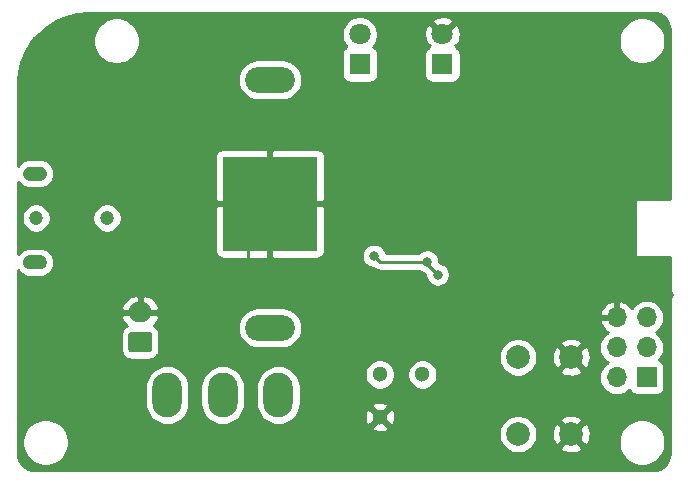
<source format=gbl>
G04 #@! TF.GenerationSoftware,KiCad,Pcbnew,(5.1.4)-1*
G04 #@! TF.CreationDate,2019-11-19T12:21:55+05:30*
G04 #@! TF.ProjectId,SensePi_rev5_main,53656e73-6550-4695-9f72-6576355f6d61,rev?*
G04 #@! TF.SameCoordinates,Original*
G04 #@! TF.FileFunction,Copper,L2,Bot*
G04 #@! TF.FilePolarity,Positive*
%FSLAX46Y46*%
G04 Gerber Fmt 4.6, Leading zero omitted, Abs format (unit mm)*
G04 Created by KiCad (PCBNEW (5.1.4)-1) date 2019-11-19 12:21:55*
%MOMM*%
%LPD*%
G04 APERTURE LIST*
%ADD10O,2.500000X3.800000*%
%ADD11R,8.000000X8.000000*%
%ADD12O,4.200000X2.200000*%
%ADD13O,2.000000X1.700000*%
%ADD14C,0.100000*%
%ADD15C,1.700000*%
%ADD16R,1.800000X1.800000*%
%ADD17C,1.800000*%
%ADD18C,1.200000*%
%ADD19R,1.700000X1.700000*%
%ADD20O,1.700000X1.700000*%
%ADD21C,1.300000*%
%ADD22C,2.000000*%
%ADD23C,0.800000*%
%ADD24C,0.250000*%
%ADD25C,0.254000*%
G04 APERTURE END LIST*
D10*
X32700000Y-43000000D03*
X28000000Y-43000000D03*
X23300000Y-43000000D03*
D11*
X32000000Y-26800000D03*
D12*
X32000000Y-16300000D03*
X32000000Y-37300000D03*
D13*
X21000000Y-36000000D03*
D14*
G36*
X21774504Y-37651204D02*
G01*
X21798773Y-37654804D01*
X21822571Y-37660765D01*
X21845671Y-37669030D01*
X21867849Y-37679520D01*
X21888893Y-37692133D01*
X21908598Y-37706747D01*
X21926777Y-37723223D01*
X21943253Y-37741402D01*
X21957867Y-37761107D01*
X21970480Y-37782151D01*
X21980970Y-37804329D01*
X21989235Y-37827429D01*
X21995196Y-37851227D01*
X21998796Y-37875496D01*
X22000000Y-37900000D01*
X22000000Y-39100000D01*
X21998796Y-39124504D01*
X21995196Y-39148773D01*
X21989235Y-39172571D01*
X21980970Y-39195671D01*
X21970480Y-39217849D01*
X21957867Y-39238893D01*
X21943253Y-39258598D01*
X21926777Y-39276777D01*
X21908598Y-39293253D01*
X21888893Y-39307867D01*
X21867849Y-39320480D01*
X21845671Y-39330970D01*
X21822571Y-39339235D01*
X21798773Y-39345196D01*
X21774504Y-39348796D01*
X21750000Y-39350000D01*
X20250000Y-39350000D01*
X20225496Y-39348796D01*
X20201227Y-39345196D01*
X20177429Y-39339235D01*
X20154329Y-39330970D01*
X20132151Y-39320480D01*
X20111107Y-39307867D01*
X20091402Y-39293253D01*
X20073223Y-39276777D01*
X20056747Y-39258598D01*
X20042133Y-39238893D01*
X20029520Y-39217849D01*
X20019030Y-39195671D01*
X20010765Y-39172571D01*
X20004804Y-39148773D01*
X20001204Y-39124504D01*
X20000000Y-39100000D01*
X20000000Y-37900000D01*
X20001204Y-37875496D01*
X20004804Y-37851227D01*
X20010765Y-37827429D01*
X20019030Y-37804329D01*
X20029520Y-37782151D01*
X20042133Y-37761107D01*
X20056747Y-37741402D01*
X20073223Y-37723223D01*
X20091402Y-37706747D01*
X20111107Y-37692133D01*
X20132151Y-37679520D01*
X20154329Y-37669030D01*
X20177429Y-37660765D01*
X20201227Y-37654804D01*
X20225496Y-37651204D01*
X20250000Y-37650000D01*
X21750000Y-37650000D01*
X21774504Y-37651204D01*
X21774504Y-37651204D01*
G37*
D15*
X21000000Y-38500000D03*
D16*
X39600000Y-15000000D03*
D17*
X39600000Y-12460000D03*
D14*
G36*
X12558810Y-31152888D02*
G01*
X12617054Y-31161528D01*
X12674171Y-31175835D01*
X12729610Y-31195671D01*
X12782838Y-31220846D01*
X12833342Y-31251117D01*
X12880636Y-31286193D01*
X12924264Y-31325735D01*
X12963806Y-31369363D01*
X12998882Y-31416657D01*
X13029153Y-31467161D01*
X13054328Y-31520389D01*
X13074164Y-31575828D01*
X13088471Y-31632945D01*
X13097111Y-31691189D01*
X13100000Y-31749999D01*
X13100000Y-31750001D01*
X13097111Y-31808811D01*
X13088471Y-31867055D01*
X13074164Y-31924172D01*
X13054328Y-31979611D01*
X13029153Y-32032839D01*
X12998882Y-32083343D01*
X12963806Y-32130637D01*
X12924264Y-32174265D01*
X12880636Y-32213807D01*
X12833342Y-32248883D01*
X12782838Y-32279154D01*
X12729610Y-32304329D01*
X12674171Y-32324165D01*
X12617054Y-32338472D01*
X12558810Y-32347112D01*
X12500000Y-32350001D01*
X11700000Y-32350001D01*
X11641190Y-32347112D01*
X11582946Y-32338472D01*
X11525829Y-32324165D01*
X11470390Y-32304329D01*
X11417162Y-32279154D01*
X11366658Y-32248883D01*
X11319364Y-32213807D01*
X11275736Y-32174265D01*
X11236194Y-32130637D01*
X11201118Y-32083343D01*
X11170847Y-32032839D01*
X11145672Y-31979611D01*
X11125836Y-31924172D01*
X11111529Y-31867055D01*
X11102889Y-31808811D01*
X11100000Y-31750001D01*
X11100000Y-31749999D01*
X11102889Y-31691189D01*
X11111529Y-31632945D01*
X11125836Y-31575828D01*
X11145672Y-31520389D01*
X11170847Y-31467161D01*
X11201118Y-31416657D01*
X11236194Y-31369363D01*
X11275736Y-31325735D01*
X11319364Y-31286193D01*
X11366658Y-31251117D01*
X11417162Y-31220846D01*
X11470390Y-31195671D01*
X11525829Y-31175835D01*
X11582946Y-31161528D01*
X11641190Y-31152888D01*
X11700000Y-31149999D01*
X12500000Y-31149999D01*
X12558810Y-31152888D01*
X12558810Y-31152888D01*
G37*
D18*
X12100000Y-31750000D03*
D14*
G36*
X12558810Y-23652888D02*
G01*
X12617054Y-23661528D01*
X12674171Y-23675835D01*
X12729610Y-23695671D01*
X12782838Y-23720846D01*
X12833342Y-23751117D01*
X12880636Y-23786193D01*
X12924264Y-23825735D01*
X12963806Y-23869363D01*
X12998882Y-23916657D01*
X13029153Y-23967161D01*
X13054328Y-24020389D01*
X13074164Y-24075828D01*
X13088471Y-24132945D01*
X13097111Y-24191189D01*
X13100000Y-24249999D01*
X13100000Y-24250001D01*
X13097111Y-24308811D01*
X13088471Y-24367055D01*
X13074164Y-24424172D01*
X13054328Y-24479611D01*
X13029153Y-24532839D01*
X12998882Y-24583343D01*
X12963806Y-24630637D01*
X12924264Y-24674265D01*
X12880636Y-24713807D01*
X12833342Y-24748883D01*
X12782838Y-24779154D01*
X12729610Y-24804329D01*
X12674171Y-24824165D01*
X12617054Y-24838472D01*
X12558810Y-24847112D01*
X12500000Y-24850001D01*
X11700000Y-24850001D01*
X11641190Y-24847112D01*
X11582946Y-24838472D01*
X11525829Y-24824165D01*
X11470390Y-24804329D01*
X11417162Y-24779154D01*
X11366658Y-24748883D01*
X11319364Y-24713807D01*
X11275736Y-24674265D01*
X11236194Y-24630637D01*
X11201118Y-24583343D01*
X11170847Y-24532839D01*
X11145672Y-24479611D01*
X11125836Y-24424172D01*
X11111529Y-24367055D01*
X11102889Y-24308811D01*
X11100000Y-24250001D01*
X11100000Y-24249999D01*
X11102889Y-24191189D01*
X11111529Y-24132945D01*
X11125836Y-24075828D01*
X11145672Y-24020389D01*
X11170847Y-23967161D01*
X11201118Y-23916657D01*
X11236194Y-23869363D01*
X11275736Y-23825735D01*
X11319364Y-23786193D01*
X11366658Y-23751117D01*
X11417162Y-23720846D01*
X11470390Y-23695671D01*
X11525829Y-23675835D01*
X11582946Y-23661528D01*
X11641190Y-23652888D01*
X11700000Y-23649999D01*
X12500000Y-23649999D01*
X12558810Y-23652888D01*
X12558810Y-23652888D01*
G37*
D18*
X12100000Y-24250000D03*
X12200000Y-28000000D03*
X18200000Y-28000000D03*
D19*
X63900000Y-41500000D03*
D20*
X61360000Y-41500000D03*
X63900000Y-38960000D03*
X61360000Y-38960000D03*
X63900000Y-36420000D03*
X61360000Y-36420000D03*
D17*
X46600000Y-12460000D03*
D16*
X46600000Y-15000000D03*
D21*
X44896000Y-41254000D03*
X41304000Y-44846000D03*
X41304000Y-41254000D03*
D22*
X53000000Y-39800000D03*
X57500000Y-39800000D03*
X53000000Y-46300000D03*
X57500000Y-46300000D03*
D23*
X53000000Y-22500000D03*
X53000000Y-21750000D03*
X54000000Y-21750000D03*
X65500000Y-21000000D03*
X64750000Y-21000000D03*
X64750000Y-20100000D03*
X65500000Y-20100000D03*
X65500000Y-24500000D03*
X64750000Y-24500000D03*
X64750000Y-25300000D03*
X65500000Y-25300000D03*
X63000000Y-24900000D03*
X61500000Y-27500000D03*
X58000000Y-27500000D03*
X60000000Y-25000000D03*
X56000000Y-25000000D03*
X56000000Y-30000000D03*
X60000000Y-30000000D03*
X65800000Y-34500000D03*
X47400000Y-22985000D03*
X48900000Y-29100000D03*
X46450000Y-28900000D03*
X50500000Y-32150000D03*
X53350000Y-32600000D03*
X38800000Y-39300000D03*
X44000000Y-37200000D03*
X33600000Y-34200000D03*
X38550000Y-32100000D03*
X49900000Y-19550000D03*
X48911938Y-39438250D03*
X45900000Y-37200000D03*
X24500000Y-25600000D03*
X50500000Y-12800000D03*
X56400000Y-12900000D03*
X45300000Y-31700000D03*
X40800000Y-31200000D03*
X46200000Y-32800000D03*
D24*
X52950000Y-21800000D02*
X53000000Y-21750000D01*
X53000000Y-22500000D02*
X53000000Y-21750000D01*
X65350000Y-20250000D02*
X65500000Y-20100000D01*
X64750000Y-20100000D02*
X64750000Y-21000000D01*
X64750000Y-21000000D02*
X65500000Y-21000000D01*
X64750000Y-20100000D02*
X65500000Y-20100000D01*
X65500000Y-20100000D02*
X65500000Y-21000000D01*
X65500000Y-24500000D02*
X64750000Y-24500000D01*
X64750000Y-24500000D02*
X64750000Y-25300000D01*
X65500000Y-24500000D02*
X65500000Y-25300000D01*
X65500000Y-25300000D02*
X64750000Y-25300000D01*
X64750000Y-24500000D02*
X63400000Y-24500000D01*
X63400000Y-24500000D02*
X63000000Y-24900000D01*
X62600001Y-25299999D02*
X62600001Y-26399999D01*
X63000000Y-24900000D02*
X62600001Y-25299999D01*
X62600001Y-26399999D02*
X61500000Y-27500000D01*
X61500000Y-27500000D02*
X58000000Y-27500000D01*
X58000000Y-27500000D02*
X60000000Y-25500000D01*
X60000000Y-25500000D02*
X60000000Y-25000000D01*
X58000000Y-27500000D02*
X56000000Y-25500000D01*
X56000000Y-25500000D02*
X56000000Y-25000000D01*
X58000000Y-27500000D02*
X56000000Y-29500000D01*
X56000000Y-29500000D02*
X56000000Y-30000000D01*
X58000000Y-27500000D02*
X60000000Y-29500000D01*
X60000000Y-29500000D02*
X60000000Y-30000000D01*
X48700000Y-28900000D02*
X48900000Y-29100000D01*
X46450000Y-28900000D02*
X48700000Y-28900000D01*
X50500000Y-32150000D02*
X52900000Y-32150000D01*
X52900000Y-32150000D02*
X53350000Y-32600000D01*
X50500000Y-30700000D02*
X48900000Y-29100000D01*
X50500000Y-32150000D02*
X50500000Y-30700000D01*
X41900000Y-39300000D02*
X38800000Y-39300000D01*
X44000000Y-37200000D02*
X41900000Y-39300000D01*
X38700000Y-39300000D02*
X38800000Y-39300000D01*
X33600000Y-34200000D02*
X38700000Y-39300000D01*
X31900000Y-34200000D02*
X33600000Y-34200000D01*
X30150000Y-26800000D02*
X30150000Y-32450000D01*
X30150000Y-32450000D02*
X31900000Y-34200000D01*
X36450000Y-34200000D02*
X33600000Y-34200000D01*
X38550000Y-32100000D02*
X36450000Y-34200000D01*
X53050000Y-21700000D02*
X53000000Y-21750000D01*
X48511939Y-39038251D02*
X48911938Y-39438250D01*
X46673688Y-37200000D02*
X48511939Y-39038251D01*
X45900000Y-37200000D02*
X46673688Y-37200000D01*
X44000000Y-37200000D02*
X45900000Y-37200000D01*
X30150000Y-26800000D02*
X25900000Y-26800000D01*
X25900000Y-26800000D02*
X25700000Y-26800000D01*
X25700000Y-26800000D02*
X24500000Y-25600000D01*
X50500000Y-18950000D02*
X49900000Y-19550000D01*
X50800000Y-19550000D02*
X53000000Y-21750000D01*
X49900000Y-19550000D02*
X50800000Y-19550000D01*
X50500000Y-12800000D02*
X50500000Y-18950000D01*
X45300000Y-31700000D02*
X41300000Y-31700000D01*
X41300000Y-31700000D02*
X40800000Y-31200000D01*
X45300000Y-31700000D02*
X45300000Y-31900000D01*
X45300000Y-31900000D02*
X46200000Y-32800000D01*
D25*
G36*
X64759659Y-10688625D02*
G01*
X65009429Y-10764035D01*
X65239792Y-10886522D01*
X65441980Y-11051422D01*
X65608286Y-11252450D01*
X65732378Y-11481954D01*
X65809531Y-11731195D01*
X65840001Y-12021098D01*
X65840001Y-26373000D01*
X63000000Y-26373000D01*
X62975224Y-26375440D01*
X62951399Y-26382667D01*
X62929443Y-26394403D01*
X62910197Y-26410197D01*
X62894403Y-26429443D01*
X62882667Y-26451399D01*
X62875440Y-26475224D01*
X62873000Y-26500000D01*
X62873000Y-31200000D01*
X62875440Y-31224776D01*
X62882667Y-31248601D01*
X62894403Y-31270557D01*
X62910197Y-31289803D01*
X62929443Y-31305597D01*
X62951399Y-31317333D01*
X62975224Y-31324560D01*
X63000000Y-31327000D01*
X65840000Y-31327000D01*
X65840000Y-47967721D01*
X65811375Y-48259660D01*
X65735965Y-48509429D01*
X65613477Y-48739794D01*
X65448579Y-48941979D01*
X65247546Y-49108288D01*
X65018046Y-49232378D01*
X64768805Y-49309531D01*
X64478911Y-49340000D01*
X12032279Y-49340000D01*
X11740340Y-49311375D01*
X11490571Y-49235965D01*
X11260206Y-49113477D01*
X11058021Y-48948579D01*
X10891712Y-48747546D01*
X10767622Y-48518046D01*
X10690469Y-48268805D01*
X10660000Y-47978911D01*
X10660000Y-46804495D01*
X11015000Y-46804495D01*
X11015000Y-47195505D01*
X11091282Y-47579003D01*
X11240915Y-47940250D01*
X11458149Y-48265364D01*
X11734636Y-48541851D01*
X12059750Y-48759085D01*
X12420997Y-48908718D01*
X12804495Y-48985000D01*
X13195505Y-48985000D01*
X13579003Y-48908718D01*
X13940250Y-48759085D01*
X14265364Y-48541851D01*
X14541851Y-48265364D01*
X14759085Y-47940250D01*
X14908718Y-47579003D01*
X14985000Y-47195505D01*
X14985000Y-46804495D01*
X14908718Y-46420997D01*
X14791898Y-46138967D01*
X51365000Y-46138967D01*
X51365000Y-46461033D01*
X51427832Y-46776912D01*
X51551082Y-47074463D01*
X51730013Y-47342252D01*
X51957748Y-47569987D01*
X52225537Y-47748918D01*
X52523088Y-47872168D01*
X52838967Y-47935000D01*
X53161033Y-47935000D01*
X53476912Y-47872168D01*
X53774463Y-47748918D01*
X54042252Y-47569987D01*
X54176826Y-47435413D01*
X56544192Y-47435413D01*
X56639956Y-47699814D01*
X56929571Y-47840704D01*
X57241108Y-47922384D01*
X57562595Y-47941718D01*
X57881675Y-47897961D01*
X58186088Y-47792795D01*
X58360044Y-47699814D01*
X58455808Y-47435413D01*
X57500000Y-46479605D01*
X56544192Y-47435413D01*
X54176826Y-47435413D01*
X54269987Y-47342252D01*
X54448918Y-47074463D01*
X54572168Y-46776912D01*
X54635000Y-46461033D01*
X54635000Y-46362595D01*
X55858282Y-46362595D01*
X55902039Y-46681675D01*
X56007205Y-46986088D01*
X56100186Y-47160044D01*
X56364587Y-47255808D01*
X57320395Y-46300000D01*
X57679605Y-46300000D01*
X58635413Y-47255808D01*
X58899814Y-47160044D01*
X59040704Y-46870429D01*
X59057990Y-46804495D01*
X61515000Y-46804495D01*
X61515000Y-47195505D01*
X61591282Y-47579003D01*
X61740915Y-47940250D01*
X61958149Y-48265364D01*
X62234636Y-48541851D01*
X62559750Y-48759085D01*
X62920997Y-48908718D01*
X63304495Y-48985000D01*
X63695505Y-48985000D01*
X64079003Y-48908718D01*
X64440250Y-48759085D01*
X64765364Y-48541851D01*
X65041851Y-48265364D01*
X65259085Y-47940250D01*
X65408718Y-47579003D01*
X65485000Y-47195505D01*
X65485000Y-46804495D01*
X65408718Y-46420997D01*
X65259085Y-46059750D01*
X65041851Y-45734636D01*
X64765364Y-45458149D01*
X64440250Y-45240915D01*
X64079003Y-45091282D01*
X63695505Y-45015000D01*
X63304495Y-45015000D01*
X62920997Y-45091282D01*
X62559750Y-45240915D01*
X62234636Y-45458149D01*
X61958149Y-45734636D01*
X61740915Y-46059750D01*
X61591282Y-46420997D01*
X61515000Y-46804495D01*
X59057990Y-46804495D01*
X59122384Y-46558892D01*
X59141718Y-46237405D01*
X59097961Y-45918325D01*
X58992795Y-45613912D01*
X58899814Y-45439956D01*
X58635413Y-45344192D01*
X57679605Y-46300000D01*
X57320395Y-46300000D01*
X56364587Y-45344192D01*
X56100186Y-45439956D01*
X55959296Y-45729571D01*
X55877616Y-46041108D01*
X55858282Y-46362595D01*
X54635000Y-46362595D01*
X54635000Y-46138967D01*
X54572168Y-45823088D01*
X54448918Y-45525537D01*
X54269987Y-45257748D01*
X54176826Y-45164587D01*
X56544192Y-45164587D01*
X57500000Y-46120395D01*
X58455808Y-45164587D01*
X58360044Y-44900186D01*
X58070429Y-44759296D01*
X57758892Y-44677616D01*
X57437405Y-44658282D01*
X57118325Y-44702039D01*
X56813912Y-44807205D01*
X56639956Y-44900186D01*
X56544192Y-45164587D01*
X54176826Y-45164587D01*
X54042252Y-45030013D01*
X53774463Y-44851082D01*
X53476912Y-44727832D01*
X53161033Y-44665000D01*
X52838967Y-44665000D01*
X52523088Y-44727832D01*
X52225537Y-44851082D01*
X51957748Y-45030013D01*
X51730013Y-45257748D01*
X51551082Y-45525537D01*
X51427832Y-45823088D01*
X51365000Y-46138967D01*
X14791898Y-46138967D01*
X14759085Y-46059750D01*
X14541851Y-45734636D01*
X14538742Y-45731527D01*
X40598078Y-45731527D01*
X40651466Y-45960201D01*
X40881374Y-46066095D01*
X41127524Y-46125102D01*
X41380455Y-46134952D01*
X41630449Y-46095270D01*
X41867896Y-46007578D01*
X41956534Y-45960201D01*
X42009922Y-45731527D01*
X41304000Y-45025605D01*
X40598078Y-45731527D01*
X14538742Y-45731527D01*
X14265364Y-45458149D01*
X13940250Y-45240915D01*
X13579003Y-45091282D01*
X13195505Y-45015000D01*
X12804495Y-45015000D01*
X12420997Y-45091282D01*
X12059750Y-45240915D01*
X11734636Y-45458149D01*
X11458149Y-45734636D01*
X11240915Y-46059750D01*
X11091282Y-46420997D01*
X11015000Y-46804495D01*
X10660000Y-46804495D01*
X10660000Y-42257404D01*
X21415000Y-42257404D01*
X21415000Y-43742597D01*
X21442275Y-44019524D01*
X21550062Y-44374848D01*
X21725098Y-44702317D01*
X21960656Y-44989345D01*
X22247684Y-45224903D01*
X22575153Y-45399939D01*
X22930477Y-45507725D01*
X23300000Y-45544120D01*
X23669524Y-45507725D01*
X24024848Y-45399939D01*
X24352317Y-45224903D01*
X24639345Y-44989345D01*
X24874903Y-44702317D01*
X25049939Y-44374848D01*
X25157725Y-44019524D01*
X25185000Y-43742597D01*
X25185000Y-42257404D01*
X26115000Y-42257404D01*
X26115000Y-43742597D01*
X26142275Y-44019524D01*
X26250062Y-44374848D01*
X26425098Y-44702317D01*
X26660656Y-44989345D01*
X26947684Y-45224903D01*
X27275153Y-45399939D01*
X27630477Y-45507725D01*
X28000000Y-45544120D01*
X28369524Y-45507725D01*
X28724848Y-45399939D01*
X29052317Y-45224903D01*
X29339345Y-44989345D01*
X29574903Y-44702317D01*
X29749939Y-44374848D01*
X29857725Y-44019524D01*
X29885000Y-43742597D01*
X29885000Y-42257404D01*
X30815000Y-42257404D01*
X30815000Y-43742597D01*
X30842275Y-44019524D01*
X30950062Y-44374848D01*
X31125098Y-44702317D01*
X31360656Y-44989345D01*
X31647684Y-45224903D01*
X31975153Y-45399939D01*
X32330477Y-45507725D01*
X32700000Y-45544120D01*
X33069524Y-45507725D01*
X33424848Y-45399939D01*
X33752317Y-45224903D01*
X34039345Y-44989345D01*
X34094240Y-44922455D01*
X40015048Y-44922455D01*
X40054730Y-45172449D01*
X40142422Y-45409896D01*
X40189799Y-45498534D01*
X40418473Y-45551922D01*
X41124395Y-44846000D01*
X41483605Y-44846000D01*
X42189527Y-45551922D01*
X42418201Y-45498534D01*
X42524095Y-45268626D01*
X42583102Y-45022476D01*
X42592952Y-44769545D01*
X42553270Y-44519551D01*
X42465578Y-44282104D01*
X42418201Y-44193466D01*
X42189527Y-44140078D01*
X41483605Y-44846000D01*
X41124395Y-44846000D01*
X40418473Y-44140078D01*
X40189799Y-44193466D01*
X40083905Y-44423374D01*
X40024898Y-44669524D01*
X40015048Y-44922455D01*
X34094240Y-44922455D01*
X34274903Y-44702317D01*
X34449939Y-44374848D01*
X34557725Y-44019524D01*
X34563541Y-43960473D01*
X40598078Y-43960473D01*
X41304000Y-44666395D01*
X42009922Y-43960473D01*
X41956534Y-43731799D01*
X41726626Y-43625905D01*
X41480476Y-43566898D01*
X41227545Y-43557048D01*
X40977551Y-43596730D01*
X40740104Y-43684422D01*
X40651466Y-43731799D01*
X40598078Y-43960473D01*
X34563541Y-43960473D01*
X34585000Y-43742597D01*
X34585000Y-42257403D01*
X34557725Y-41980476D01*
X34449939Y-41625152D01*
X34274903Y-41297683D01*
X34135188Y-41127439D01*
X40019000Y-41127439D01*
X40019000Y-41380561D01*
X40068381Y-41628821D01*
X40165247Y-41862676D01*
X40305875Y-42073140D01*
X40484860Y-42252125D01*
X40695324Y-42392753D01*
X40929179Y-42489619D01*
X41177439Y-42539000D01*
X41430561Y-42539000D01*
X41678821Y-42489619D01*
X41912676Y-42392753D01*
X42123140Y-42252125D01*
X42302125Y-42073140D01*
X42442753Y-41862676D01*
X42539619Y-41628821D01*
X42589000Y-41380561D01*
X42589000Y-41127439D01*
X43611000Y-41127439D01*
X43611000Y-41380561D01*
X43660381Y-41628821D01*
X43757247Y-41862676D01*
X43897875Y-42073140D01*
X44076860Y-42252125D01*
X44287324Y-42392753D01*
X44521179Y-42489619D01*
X44769439Y-42539000D01*
X45022561Y-42539000D01*
X45270821Y-42489619D01*
X45504676Y-42392753D01*
X45715140Y-42252125D01*
X45894125Y-42073140D01*
X46034753Y-41862676D01*
X46131619Y-41628821D01*
X46181000Y-41380561D01*
X46181000Y-41127439D01*
X46131619Y-40879179D01*
X46034753Y-40645324D01*
X45894125Y-40434860D01*
X45715140Y-40255875D01*
X45504676Y-40115247D01*
X45270821Y-40018381D01*
X45022561Y-39969000D01*
X44769439Y-39969000D01*
X44521179Y-40018381D01*
X44287324Y-40115247D01*
X44076860Y-40255875D01*
X43897875Y-40434860D01*
X43757247Y-40645324D01*
X43660381Y-40879179D01*
X43611000Y-41127439D01*
X42589000Y-41127439D01*
X42539619Y-40879179D01*
X42442753Y-40645324D01*
X42302125Y-40434860D01*
X42123140Y-40255875D01*
X41912676Y-40115247D01*
X41678821Y-40018381D01*
X41430561Y-39969000D01*
X41177439Y-39969000D01*
X40929179Y-40018381D01*
X40695324Y-40115247D01*
X40484860Y-40255875D01*
X40305875Y-40434860D01*
X40165247Y-40645324D01*
X40068381Y-40879179D01*
X40019000Y-41127439D01*
X34135188Y-41127439D01*
X34039345Y-41010655D01*
X33752317Y-40775097D01*
X33424847Y-40600061D01*
X33069523Y-40492275D01*
X32700000Y-40455880D01*
X32330476Y-40492275D01*
X31975152Y-40600061D01*
X31647683Y-40775097D01*
X31360655Y-41010655D01*
X31125097Y-41297683D01*
X30950061Y-41625153D01*
X30842275Y-41980477D01*
X30815000Y-42257404D01*
X29885000Y-42257404D01*
X29885000Y-42257403D01*
X29857725Y-41980476D01*
X29749939Y-41625152D01*
X29574903Y-41297683D01*
X29339345Y-41010655D01*
X29052317Y-40775097D01*
X28724847Y-40600061D01*
X28369523Y-40492275D01*
X28000000Y-40455880D01*
X27630476Y-40492275D01*
X27275152Y-40600061D01*
X26947683Y-40775097D01*
X26660655Y-41010655D01*
X26425097Y-41297683D01*
X26250061Y-41625153D01*
X26142275Y-41980477D01*
X26115000Y-42257404D01*
X25185000Y-42257404D01*
X25185000Y-42257403D01*
X25157725Y-41980476D01*
X25049939Y-41625152D01*
X24874903Y-41297683D01*
X24639345Y-41010655D01*
X24352317Y-40775097D01*
X24024847Y-40600061D01*
X23669523Y-40492275D01*
X23300000Y-40455880D01*
X22930476Y-40492275D01*
X22575152Y-40600061D01*
X22247683Y-40775097D01*
X21960655Y-41010655D01*
X21725097Y-41297683D01*
X21550061Y-41625153D01*
X21442275Y-41980477D01*
X21415000Y-42257404D01*
X10660000Y-42257404D01*
X10660000Y-37900000D01*
X19361928Y-37900000D01*
X19361928Y-39100000D01*
X19378992Y-39273254D01*
X19429528Y-39439850D01*
X19511595Y-39593386D01*
X19622038Y-39727962D01*
X19756614Y-39838405D01*
X19910150Y-39920472D01*
X20076746Y-39971008D01*
X20250000Y-39988072D01*
X21750000Y-39988072D01*
X21923254Y-39971008D01*
X22089850Y-39920472D01*
X22243386Y-39838405D01*
X22377962Y-39727962D01*
X22450997Y-39638967D01*
X51365000Y-39638967D01*
X51365000Y-39961033D01*
X51427832Y-40276912D01*
X51551082Y-40574463D01*
X51730013Y-40842252D01*
X51957748Y-41069987D01*
X52225537Y-41248918D01*
X52523088Y-41372168D01*
X52838967Y-41435000D01*
X53161033Y-41435000D01*
X53476912Y-41372168D01*
X53774463Y-41248918D01*
X54042252Y-41069987D01*
X54176826Y-40935413D01*
X56544192Y-40935413D01*
X56639956Y-41199814D01*
X56929571Y-41340704D01*
X57241108Y-41422384D01*
X57562595Y-41441718D01*
X57881675Y-41397961D01*
X58186088Y-41292795D01*
X58360044Y-41199814D01*
X58455808Y-40935413D01*
X57500000Y-39979605D01*
X56544192Y-40935413D01*
X54176826Y-40935413D01*
X54269987Y-40842252D01*
X54448918Y-40574463D01*
X54572168Y-40276912D01*
X54635000Y-39961033D01*
X54635000Y-39862595D01*
X55858282Y-39862595D01*
X55902039Y-40181675D01*
X56007205Y-40486088D01*
X56100186Y-40660044D01*
X56364587Y-40755808D01*
X57320395Y-39800000D01*
X57679605Y-39800000D01*
X58635413Y-40755808D01*
X58899814Y-40660044D01*
X59040704Y-40370429D01*
X59122384Y-40058892D01*
X59141718Y-39737405D01*
X59097961Y-39418325D01*
X58992795Y-39113912D01*
X58910528Y-38960000D01*
X59867815Y-38960000D01*
X59896487Y-39251111D01*
X59981401Y-39531034D01*
X60119294Y-39789014D01*
X60304866Y-40015134D01*
X60530986Y-40200706D01*
X60585791Y-40230000D01*
X60530986Y-40259294D01*
X60304866Y-40444866D01*
X60119294Y-40670986D01*
X59981401Y-40928966D01*
X59896487Y-41208889D01*
X59867815Y-41500000D01*
X59896487Y-41791111D01*
X59981401Y-42071034D01*
X60119294Y-42329014D01*
X60304866Y-42555134D01*
X60530986Y-42740706D01*
X60788966Y-42878599D01*
X61068889Y-42963513D01*
X61287050Y-42985000D01*
X61432950Y-42985000D01*
X61651111Y-42963513D01*
X61931034Y-42878599D01*
X62189014Y-42740706D01*
X62415134Y-42555134D01*
X62439607Y-42525313D01*
X62460498Y-42594180D01*
X62519463Y-42704494D01*
X62598815Y-42801185D01*
X62695506Y-42880537D01*
X62805820Y-42939502D01*
X62925518Y-42975812D01*
X63050000Y-42988072D01*
X64750000Y-42988072D01*
X64874482Y-42975812D01*
X64994180Y-42939502D01*
X65104494Y-42880537D01*
X65201185Y-42801185D01*
X65280537Y-42704494D01*
X65339502Y-42594180D01*
X65375812Y-42474482D01*
X65388072Y-42350000D01*
X65388072Y-40650000D01*
X65375812Y-40525518D01*
X65339502Y-40405820D01*
X65280537Y-40295506D01*
X65201185Y-40198815D01*
X65104494Y-40119463D01*
X64994180Y-40060498D01*
X64925313Y-40039607D01*
X64955134Y-40015134D01*
X65140706Y-39789014D01*
X65278599Y-39531034D01*
X65363513Y-39251111D01*
X65392185Y-38960000D01*
X65363513Y-38668889D01*
X65278599Y-38388966D01*
X65140706Y-38130986D01*
X64955134Y-37904866D01*
X64729014Y-37719294D01*
X64674209Y-37690000D01*
X64729014Y-37660706D01*
X64955134Y-37475134D01*
X65140706Y-37249014D01*
X65278599Y-36991034D01*
X65363513Y-36711111D01*
X65392185Y-36420000D01*
X65363513Y-36128889D01*
X65278599Y-35848966D01*
X65140706Y-35590986D01*
X64955134Y-35364866D01*
X64729014Y-35179294D01*
X64471034Y-35041401D01*
X64191111Y-34956487D01*
X63972950Y-34935000D01*
X63827050Y-34935000D01*
X63608889Y-34956487D01*
X63328966Y-35041401D01*
X63070986Y-35179294D01*
X62844866Y-35364866D01*
X62659294Y-35590986D01*
X62628416Y-35648756D01*
X62457588Y-35419731D01*
X62241355Y-35224822D01*
X61991252Y-35075843D01*
X61716891Y-34978519D01*
X61487000Y-35099186D01*
X61487000Y-36293000D01*
X61507000Y-36293000D01*
X61507000Y-36547000D01*
X61487000Y-36547000D01*
X61487000Y-36567000D01*
X61233000Y-36567000D01*
X61233000Y-36547000D01*
X60039845Y-36547000D01*
X59918524Y-36776890D01*
X59963175Y-36924099D01*
X60088359Y-37186920D01*
X60262412Y-37420269D01*
X60478645Y-37615178D01*
X60595523Y-37684799D01*
X60530986Y-37719294D01*
X60304866Y-37904866D01*
X60119294Y-38130986D01*
X59981401Y-38388966D01*
X59896487Y-38668889D01*
X59867815Y-38960000D01*
X58910528Y-38960000D01*
X58899814Y-38939956D01*
X58635413Y-38844192D01*
X57679605Y-39800000D01*
X57320395Y-39800000D01*
X56364587Y-38844192D01*
X56100186Y-38939956D01*
X55959296Y-39229571D01*
X55877616Y-39541108D01*
X55858282Y-39862595D01*
X54635000Y-39862595D01*
X54635000Y-39638967D01*
X54572168Y-39323088D01*
X54448918Y-39025537D01*
X54269987Y-38757748D01*
X54176826Y-38664587D01*
X56544192Y-38664587D01*
X57500000Y-39620395D01*
X58455808Y-38664587D01*
X58360044Y-38400186D01*
X58070429Y-38259296D01*
X57758892Y-38177616D01*
X57437405Y-38158282D01*
X57118325Y-38202039D01*
X56813912Y-38307205D01*
X56639956Y-38400186D01*
X56544192Y-38664587D01*
X54176826Y-38664587D01*
X54042252Y-38530013D01*
X53774463Y-38351082D01*
X53476912Y-38227832D01*
X53161033Y-38165000D01*
X52838967Y-38165000D01*
X52523088Y-38227832D01*
X52225537Y-38351082D01*
X51957748Y-38530013D01*
X51730013Y-38757748D01*
X51551082Y-39025537D01*
X51427832Y-39323088D01*
X51365000Y-39638967D01*
X22450997Y-39638967D01*
X22488405Y-39593386D01*
X22570472Y-39439850D01*
X22621008Y-39273254D01*
X22638072Y-39100000D01*
X22638072Y-37900000D01*
X22621008Y-37726746D01*
X22570472Y-37560150D01*
X22488405Y-37406614D01*
X22400910Y-37300000D01*
X29256606Y-37300000D01*
X29290105Y-37640119D01*
X29389314Y-37967168D01*
X29550421Y-38268578D01*
X29767234Y-38532766D01*
X30031422Y-38749579D01*
X30332832Y-38910686D01*
X30659881Y-39009895D01*
X30914775Y-39035000D01*
X33085225Y-39035000D01*
X33340119Y-39009895D01*
X33667168Y-38910686D01*
X33968578Y-38749579D01*
X34232766Y-38532766D01*
X34449579Y-38268578D01*
X34610686Y-37967168D01*
X34709895Y-37640119D01*
X34743394Y-37300000D01*
X34709895Y-36959881D01*
X34610686Y-36632832D01*
X34449579Y-36331422D01*
X34232766Y-36067234D01*
X34227741Y-36063110D01*
X59918524Y-36063110D01*
X60039845Y-36293000D01*
X61233000Y-36293000D01*
X61233000Y-35099186D01*
X61003109Y-34978519D01*
X60728748Y-35075843D01*
X60478645Y-35224822D01*
X60262412Y-35419731D01*
X60088359Y-35653080D01*
X59963175Y-35915901D01*
X59918524Y-36063110D01*
X34227741Y-36063110D01*
X33968578Y-35850421D01*
X33667168Y-35689314D01*
X33340119Y-35590105D01*
X33085225Y-35565000D01*
X30914775Y-35565000D01*
X30659881Y-35590105D01*
X30332832Y-35689314D01*
X30031422Y-35850421D01*
X29767234Y-36067234D01*
X29550421Y-36331422D01*
X29389314Y-36632832D01*
X29290105Y-36959881D01*
X29256606Y-37300000D01*
X22400910Y-37300000D01*
X22377962Y-37272038D01*
X22243386Y-37161595D01*
X22141407Y-37107086D01*
X22141795Y-37106802D01*
X22338664Y-36892046D01*
X22489854Y-36643009D01*
X22589554Y-36369261D01*
X22591476Y-36356890D01*
X22470155Y-36127000D01*
X21127000Y-36127000D01*
X21127000Y-36147000D01*
X20873000Y-36147000D01*
X20873000Y-36127000D01*
X19529845Y-36127000D01*
X19408524Y-36356890D01*
X19410446Y-36369261D01*
X19510146Y-36643009D01*
X19661336Y-36892046D01*
X19858205Y-37106802D01*
X19858593Y-37107086D01*
X19756614Y-37161595D01*
X19622038Y-37272038D01*
X19511595Y-37406614D01*
X19429528Y-37560150D01*
X19378992Y-37726746D01*
X19361928Y-37900000D01*
X10660000Y-37900000D01*
X10660000Y-35643110D01*
X19408524Y-35643110D01*
X19529845Y-35873000D01*
X20873000Y-35873000D01*
X20873000Y-34672768D01*
X21127000Y-34672768D01*
X21127000Y-35873000D01*
X22470155Y-35873000D01*
X22591476Y-35643110D01*
X22589554Y-35630739D01*
X22489854Y-35356991D01*
X22338664Y-35107954D01*
X22141795Y-34893198D01*
X21906812Y-34720975D01*
X21642745Y-34597904D01*
X21359742Y-34528715D01*
X21127000Y-34672768D01*
X20873000Y-34672768D01*
X20640258Y-34528715D01*
X20357255Y-34597904D01*
X20093188Y-34720975D01*
X19858205Y-34893198D01*
X19661336Y-35107954D01*
X19510146Y-35356991D01*
X19410446Y-35630739D01*
X19408524Y-35643110D01*
X10660000Y-35643110D01*
X10660000Y-32418041D01*
X10670581Y-32437837D01*
X10824551Y-32625450D01*
X11012164Y-32779420D01*
X11226210Y-32893830D01*
X11458464Y-32964284D01*
X11700000Y-32988073D01*
X12500000Y-32988073D01*
X12741536Y-32964284D01*
X12973790Y-32893830D01*
X13187836Y-32779420D01*
X13375449Y-32625450D01*
X13529419Y-32437837D01*
X13643829Y-32223791D01*
X13714283Y-31991537D01*
X13738072Y-31750001D01*
X13738072Y-31749999D01*
X13714283Y-31508463D01*
X13643829Y-31276209D01*
X13529419Y-31062163D01*
X13375449Y-30874550D01*
X13284610Y-30800000D01*
X27361928Y-30800000D01*
X27374188Y-30924482D01*
X27410498Y-31044180D01*
X27469463Y-31154494D01*
X27548815Y-31251185D01*
X27645506Y-31330537D01*
X27755820Y-31389502D01*
X27875518Y-31425812D01*
X28000000Y-31438072D01*
X31714250Y-31435000D01*
X31873000Y-31276250D01*
X31873000Y-26927000D01*
X32127000Y-26927000D01*
X32127000Y-31276250D01*
X32285750Y-31435000D01*
X36000000Y-31438072D01*
X36124482Y-31425812D01*
X36244180Y-31389502D01*
X36354494Y-31330537D01*
X36451185Y-31251185D01*
X36530537Y-31154494D01*
X36560701Y-31098061D01*
X39765000Y-31098061D01*
X39765000Y-31301939D01*
X39804774Y-31501898D01*
X39882795Y-31690256D01*
X39996063Y-31859774D01*
X40140226Y-32003937D01*
X40309744Y-32117205D01*
X40498102Y-32195226D01*
X40698061Y-32235000D01*
X40755895Y-32235000D01*
X40759999Y-32240001D01*
X40875724Y-32334974D01*
X41007753Y-32405546D01*
X41151014Y-32449003D01*
X41262667Y-32460000D01*
X41262675Y-32460000D01*
X41300000Y-32463676D01*
X41337325Y-32460000D01*
X44596289Y-32460000D01*
X44640226Y-32503937D01*
X44809744Y-32617205D01*
X44998102Y-32695226D01*
X45025967Y-32700769D01*
X45165000Y-32839801D01*
X45165000Y-32901939D01*
X45204774Y-33101898D01*
X45282795Y-33290256D01*
X45396063Y-33459774D01*
X45540226Y-33603937D01*
X45709744Y-33717205D01*
X45898102Y-33795226D01*
X46098061Y-33835000D01*
X46301939Y-33835000D01*
X46501898Y-33795226D01*
X46690256Y-33717205D01*
X46859774Y-33603937D01*
X47003937Y-33459774D01*
X47117205Y-33290256D01*
X47195226Y-33101898D01*
X47235000Y-32901939D01*
X47235000Y-32698061D01*
X47195226Y-32498102D01*
X47117205Y-32309744D01*
X47003937Y-32140226D01*
X46859774Y-31996063D01*
X46690256Y-31882795D01*
X46501898Y-31804774D01*
X46335000Y-31771576D01*
X46335000Y-31598061D01*
X46295226Y-31398102D01*
X46217205Y-31209744D01*
X46103937Y-31040226D01*
X45959774Y-30896063D01*
X45790256Y-30782795D01*
X45601898Y-30704774D01*
X45401939Y-30665000D01*
X45198061Y-30665000D01*
X44998102Y-30704774D01*
X44809744Y-30782795D01*
X44640226Y-30896063D01*
X44596289Y-30940000D01*
X41803560Y-30940000D01*
X41795226Y-30898102D01*
X41717205Y-30709744D01*
X41603937Y-30540226D01*
X41459774Y-30396063D01*
X41290256Y-30282795D01*
X41101898Y-30204774D01*
X40901939Y-30165000D01*
X40698061Y-30165000D01*
X40498102Y-30204774D01*
X40309744Y-30282795D01*
X40140226Y-30396063D01*
X39996063Y-30540226D01*
X39882795Y-30709744D01*
X39804774Y-30898102D01*
X39765000Y-31098061D01*
X36560701Y-31098061D01*
X36589502Y-31044180D01*
X36625812Y-30924482D01*
X36638072Y-30800000D01*
X36635000Y-27085750D01*
X36476250Y-26927000D01*
X32127000Y-26927000D01*
X31873000Y-26927000D01*
X27523750Y-26927000D01*
X27365000Y-27085750D01*
X27361928Y-30800000D01*
X13284610Y-30800000D01*
X13187836Y-30720580D01*
X12973790Y-30606170D01*
X12741536Y-30535716D01*
X12500000Y-30511927D01*
X11700000Y-30511927D01*
X11458464Y-30535716D01*
X11226210Y-30606170D01*
X11012164Y-30720580D01*
X10824551Y-30874550D01*
X10670581Y-31062163D01*
X10660000Y-31081959D01*
X10660000Y-27878363D01*
X10965000Y-27878363D01*
X10965000Y-28121637D01*
X11012460Y-28360236D01*
X11105557Y-28584992D01*
X11240713Y-28787267D01*
X11412733Y-28959287D01*
X11615008Y-29094443D01*
X11839764Y-29187540D01*
X12078363Y-29235000D01*
X12321637Y-29235000D01*
X12560236Y-29187540D01*
X12784992Y-29094443D01*
X12987267Y-28959287D01*
X13159287Y-28787267D01*
X13294443Y-28584992D01*
X13387540Y-28360236D01*
X13435000Y-28121637D01*
X13435000Y-27878363D01*
X16965000Y-27878363D01*
X16965000Y-28121637D01*
X17012460Y-28360236D01*
X17105557Y-28584992D01*
X17240713Y-28787267D01*
X17412733Y-28959287D01*
X17615008Y-29094443D01*
X17839764Y-29187540D01*
X18078363Y-29235000D01*
X18321637Y-29235000D01*
X18560236Y-29187540D01*
X18784992Y-29094443D01*
X18987267Y-28959287D01*
X19159287Y-28787267D01*
X19294443Y-28584992D01*
X19387540Y-28360236D01*
X19435000Y-28121637D01*
X19435000Y-27878363D01*
X19387540Y-27639764D01*
X19294443Y-27415008D01*
X19159287Y-27212733D01*
X18987267Y-27040713D01*
X18784992Y-26905557D01*
X18560236Y-26812460D01*
X18321637Y-26765000D01*
X18078363Y-26765000D01*
X17839764Y-26812460D01*
X17615008Y-26905557D01*
X17412733Y-27040713D01*
X17240713Y-27212733D01*
X17105557Y-27415008D01*
X17012460Y-27639764D01*
X16965000Y-27878363D01*
X13435000Y-27878363D01*
X13387540Y-27639764D01*
X13294443Y-27415008D01*
X13159287Y-27212733D01*
X12987267Y-27040713D01*
X12784992Y-26905557D01*
X12560236Y-26812460D01*
X12321637Y-26765000D01*
X12078363Y-26765000D01*
X11839764Y-26812460D01*
X11615008Y-26905557D01*
X11412733Y-27040713D01*
X11240713Y-27212733D01*
X11105557Y-27415008D01*
X11012460Y-27639764D01*
X10965000Y-27878363D01*
X10660000Y-27878363D01*
X10660000Y-24918041D01*
X10670581Y-24937837D01*
X10824551Y-25125450D01*
X11012164Y-25279420D01*
X11226210Y-25393830D01*
X11458464Y-25464284D01*
X11700000Y-25488073D01*
X12500000Y-25488073D01*
X12741536Y-25464284D01*
X12973790Y-25393830D01*
X13187836Y-25279420D01*
X13375449Y-25125450D01*
X13529419Y-24937837D01*
X13643829Y-24723791D01*
X13714283Y-24491537D01*
X13738072Y-24250001D01*
X13738072Y-24249999D01*
X13714283Y-24008463D01*
X13643829Y-23776209D01*
X13529419Y-23562163D01*
X13375449Y-23374550D01*
X13187836Y-23220580D01*
X12973790Y-23106170D01*
X12741536Y-23035716D01*
X12500000Y-23011927D01*
X11700000Y-23011927D01*
X11458464Y-23035716D01*
X11226210Y-23106170D01*
X11012164Y-23220580D01*
X10824551Y-23374550D01*
X10670581Y-23562163D01*
X10660000Y-23581959D01*
X10660000Y-22800000D01*
X27361928Y-22800000D01*
X27365000Y-26514250D01*
X27523750Y-26673000D01*
X31873000Y-26673000D01*
X31873000Y-22323750D01*
X32127000Y-22323750D01*
X32127000Y-26673000D01*
X36476250Y-26673000D01*
X36635000Y-26514250D01*
X36638072Y-22800000D01*
X36625812Y-22675518D01*
X36589502Y-22555820D01*
X36530537Y-22445506D01*
X36451185Y-22348815D01*
X36354494Y-22269463D01*
X36244180Y-22210498D01*
X36124482Y-22174188D01*
X36000000Y-22161928D01*
X32285750Y-22165000D01*
X32127000Y-22323750D01*
X31873000Y-22323750D01*
X31714250Y-22165000D01*
X28000000Y-22161928D01*
X27875518Y-22174188D01*
X27755820Y-22210498D01*
X27645506Y-22269463D01*
X27548815Y-22348815D01*
X27469463Y-22445506D01*
X27410498Y-22555820D01*
X27374188Y-22675518D01*
X27361928Y-22800000D01*
X10660000Y-22800000D01*
X10660000Y-16625926D01*
X10685650Y-16300000D01*
X29256606Y-16300000D01*
X29290105Y-16640119D01*
X29389314Y-16967168D01*
X29550421Y-17268578D01*
X29767234Y-17532766D01*
X30031422Y-17749579D01*
X30332832Y-17910686D01*
X30659881Y-18009895D01*
X30914775Y-18035000D01*
X33085225Y-18035000D01*
X33340119Y-18009895D01*
X33667168Y-17910686D01*
X33968578Y-17749579D01*
X34232766Y-17532766D01*
X34449579Y-17268578D01*
X34610686Y-16967168D01*
X34709895Y-16640119D01*
X34743394Y-16300000D01*
X34709895Y-15959881D01*
X34610686Y-15632832D01*
X34449579Y-15331422D01*
X34232766Y-15067234D01*
X33968578Y-14850421D01*
X33667168Y-14689314D01*
X33340119Y-14590105D01*
X33085225Y-14565000D01*
X30914775Y-14565000D01*
X30659881Y-14590105D01*
X30332832Y-14689314D01*
X30031422Y-14850421D01*
X29767234Y-15067234D01*
X29550421Y-15331422D01*
X29389314Y-15632832D01*
X29290105Y-15959881D01*
X29256606Y-16300000D01*
X10685650Y-16300000D01*
X10735146Y-15671101D01*
X10952666Y-14765068D01*
X11309237Y-13904228D01*
X11796091Y-13109754D01*
X12056806Y-12804495D01*
X17015000Y-12804495D01*
X17015000Y-13195505D01*
X17091282Y-13579003D01*
X17240915Y-13940250D01*
X17458149Y-14265364D01*
X17734636Y-14541851D01*
X18059750Y-14759085D01*
X18420997Y-14908718D01*
X18804495Y-14985000D01*
X19195505Y-14985000D01*
X19579003Y-14908718D01*
X19940250Y-14759085D01*
X20265364Y-14541851D01*
X20541851Y-14265364D01*
X20652343Y-14100000D01*
X38061928Y-14100000D01*
X38061928Y-15900000D01*
X38074188Y-16024482D01*
X38110498Y-16144180D01*
X38169463Y-16254494D01*
X38248815Y-16351185D01*
X38345506Y-16430537D01*
X38455820Y-16489502D01*
X38575518Y-16525812D01*
X38700000Y-16538072D01*
X40500000Y-16538072D01*
X40624482Y-16525812D01*
X40744180Y-16489502D01*
X40854494Y-16430537D01*
X40951185Y-16351185D01*
X41030537Y-16254494D01*
X41089502Y-16144180D01*
X41125812Y-16024482D01*
X41138072Y-15900000D01*
X41138072Y-14100000D01*
X41125812Y-13975518D01*
X41089502Y-13855820D01*
X41030537Y-13745506D01*
X40951185Y-13648815D01*
X40854494Y-13569463D01*
X40744180Y-13510498D01*
X40725873Y-13504944D01*
X40792312Y-13438505D01*
X40960299Y-13187095D01*
X41076011Y-12907743D01*
X41135000Y-12611184D01*
X41135000Y-12526553D01*
X45059009Y-12526553D01*
X45101603Y-12825907D01*
X45201778Y-13111199D01*
X45281739Y-13260792D01*
X45535918Y-13344474D01*
X45419970Y-13460422D01*
X45466735Y-13507187D01*
X45455820Y-13510498D01*
X45345506Y-13569463D01*
X45248815Y-13648815D01*
X45169463Y-13745506D01*
X45110498Y-13855820D01*
X45074188Y-13975518D01*
X45061928Y-14100000D01*
X45061928Y-15900000D01*
X45074188Y-16024482D01*
X45110498Y-16144180D01*
X45169463Y-16254494D01*
X45248815Y-16351185D01*
X45345506Y-16430537D01*
X45455820Y-16489502D01*
X45575518Y-16525812D01*
X45700000Y-16538072D01*
X47500000Y-16538072D01*
X47624482Y-16525812D01*
X47744180Y-16489502D01*
X47854494Y-16430537D01*
X47951185Y-16351185D01*
X48030537Y-16254494D01*
X48089502Y-16144180D01*
X48125812Y-16024482D01*
X48138072Y-15900000D01*
X48138072Y-14100000D01*
X48125812Y-13975518D01*
X48089502Y-13855820D01*
X48030537Y-13745506D01*
X47951185Y-13648815D01*
X47854494Y-13569463D01*
X47744180Y-13510498D01*
X47733265Y-13507187D01*
X47780030Y-13460422D01*
X47664082Y-13344474D01*
X47918261Y-13260792D01*
X48049158Y-12988225D01*
X48096339Y-12804495D01*
X61515000Y-12804495D01*
X61515000Y-13195505D01*
X61591282Y-13579003D01*
X61740915Y-13940250D01*
X61958149Y-14265364D01*
X62234636Y-14541851D01*
X62559750Y-14759085D01*
X62920997Y-14908718D01*
X63304495Y-14985000D01*
X63695505Y-14985000D01*
X64079003Y-14908718D01*
X64440250Y-14759085D01*
X64765364Y-14541851D01*
X65041851Y-14265364D01*
X65259085Y-13940250D01*
X65408718Y-13579003D01*
X65485000Y-13195505D01*
X65485000Y-12804495D01*
X65408718Y-12420997D01*
X65259085Y-12059750D01*
X65041851Y-11734636D01*
X64765364Y-11458149D01*
X64440250Y-11240915D01*
X64079003Y-11091282D01*
X63695505Y-11015000D01*
X63304495Y-11015000D01*
X62920997Y-11091282D01*
X62559750Y-11240915D01*
X62234636Y-11458149D01*
X61958149Y-11734636D01*
X61740915Y-12059750D01*
X61591282Y-12420997D01*
X61515000Y-12804495D01*
X48096339Y-12804495D01*
X48124365Y-12695358D01*
X48140991Y-12393447D01*
X48098397Y-12094093D01*
X47998222Y-11808801D01*
X47918261Y-11659208D01*
X47664080Y-11575525D01*
X46779605Y-12460000D01*
X46793748Y-12474143D01*
X46614143Y-12653748D01*
X46600000Y-12639605D01*
X46585858Y-12653748D01*
X46406253Y-12474143D01*
X46420395Y-12460000D01*
X45535920Y-11575525D01*
X45281739Y-11659208D01*
X45150842Y-11931775D01*
X45075635Y-12224642D01*
X45059009Y-12526553D01*
X41135000Y-12526553D01*
X41135000Y-12308816D01*
X41076011Y-12012257D01*
X40960299Y-11732905D01*
X40792312Y-11481495D01*
X40706737Y-11395920D01*
X45715525Y-11395920D01*
X46600000Y-12280395D01*
X47484475Y-11395920D01*
X47400792Y-11141739D01*
X47128225Y-11010842D01*
X46835358Y-10935635D01*
X46533447Y-10919009D01*
X46234093Y-10961603D01*
X45948801Y-11061778D01*
X45799208Y-11141739D01*
X45715525Y-11395920D01*
X40706737Y-11395920D01*
X40578505Y-11267688D01*
X40327095Y-11099701D01*
X40047743Y-10983989D01*
X39751184Y-10925000D01*
X39448816Y-10925000D01*
X39152257Y-10983989D01*
X38872905Y-11099701D01*
X38621495Y-11267688D01*
X38407688Y-11481495D01*
X38239701Y-11732905D01*
X38123989Y-12012257D01*
X38065000Y-12308816D01*
X38065000Y-12611184D01*
X38123989Y-12907743D01*
X38239701Y-13187095D01*
X38407688Y-13438505D01*
X38474127Y-13504944D01*
X38455820Y-13510498D01*
X38345506Y-13569463D01*
X38248815Y-13648815D01*
X38169463Y-13745506D01*
X38110498Y-13855820D01*
X38074188Y-13975518D01*
X38061928Y-14100000D01*
X20652343Y-14100000D01*
X20759085Y-13940250D01*
X20908718Y-13579003D01*
X20985000Y-13195505D01*
X20985000Y-12804495D01*
X20908718Y-12420997D01*
X20759085Y-12059750D01*
X20541851Y-11734636D01*
X20265364Y-11458149D01*
X19940250Y-11240915D01*
X19579003Y-11091282D01*
X19195505Y-11015000D01*
X18804495Y-11015000D01*
X18420997Y-11091282D01*
X18059750Y-11240915D01*
X17734636Y-11458149D01*
X17458149Y-11734636D01*
X17240915Y-12059750D01*
X17091282Y-12420997D01*
X17015000Y-12804495D01*
X12056806Y-12804495D01*
X12401226Y-12401231D01*
X13109754Y-11796091D01*
X13904223Y-11309239D01*
X14765068Y-10952666D01*
X15671101Y-10735146D01*
X16625926Y-10660000D01*
X64467721Y-10660000D01*
X64759659Y-10688625D01*
X64759659Y-10688625D01*
G37*
X64759659Y-10688625D02*
X65009429Y-10764035D01*
X65239792Y-10886522D01*
X65441980Y-11051422D01*
X65608286Y-11252450D01*
X65732378Y-11481954D01*
X65809531Y-11731195D01*
X65840001Y-12021098D01*
X65840001Y-26373000D01*
X63000000Y-26373000D01*
X62975224Y-26375440D01*
X62951399Y-26382667D01*
X62929443Y-26394403D01*
X62910197Y-26410197D01*
X62894403Y-26429443D01*
X62882667Y-26451399D01*
X62875440Y-26475224D01*
X62873000Y-26500000D01*
X62873000Y-31200000D01*
X62875440Y-31224776D01*
X62882667Y-31248601D01*
X62894403Y-31270557D01*
X62910197Y-31289803D01*
X62929443Y-31305597D01*
X62951399Y-31317333D01*
X62975224Y-31324560D01*
X63000000Y-31327000D01*
X65840000Y-31327000D01*
X65840000Y-47967721D01*
X65811375Y-48259660D01*
X65735965Y-48509429D01*
X65613477Y-48739794D01*
X65448579Y-48941979D01*
X65247546Y-49108288D01*
X65018046Y-49232378D01*
X64768805Y-49309531D01*
X64478911Y-49340000D01*
X12032279Y-49340000D01*
X11740340Y-49311375D01*
X11490571Y-49235965D01*
X11260206Y-49113477D01*
X11058021Y-48948579D01*
X10891712Y-48747546D01*
X10767622Y-48518046D01*
X10690469Y-48268805D01*
X10660000Y-47978911D01*
X10660000Y-46804495D01*
X11015000Y-46804495D01*
X11015000Y-47195505D01*
X11091282Y-47579003D01*
X11240915Y-47940250D01*
X11458149Y-48265364D01*
X11734636Y-48541851D01*
X12059750Y-48759085D01*
X12420997Y-48908718D01*
X12804495Y-48985000D01*
X13195505Y-48985000D01*
X13579003Y-48908718D01*
X13940250Y-48759085D01*
X14265364Y-48541851D01*
X14541851Y-48265364D01*
X14759085Y-47940250D01*
X14908718Y-47579003D01*
X14985000Y-47195505D01*
X14985000Y-46804495D01*
X14908718Y-46420997D01*
X14791898Y-46138967D01*
X51365000Y-46138967D01*
X51365000Y-46461033D01*
X51427832Y-46776912D01*
X51551082Y-47074463D01*
X51730013Y-47342252D01*
X51957748Y-47569987D01*
X52225537Y-47748918D01*
X52523088Y-47872168D01*
X52838967Y-47935000D01*
X53161033Y-47935000D01*
X53476912Y-47872168D01*
X53774463Y-47748918D01*
X54042252Y-47569987D01*
X54176826Y-47435413D01*
X56544192Y-47435413D01*
X56639956Y-47699814D01*
X56929571Y-47840704D01*
X57241108Y-47922384D01*
X57562595Y-47941718D01*
X57881675Y-47897961D01*
X58186088Y-47792795D01*
X58360044Y-47699814D01*
X58455808Y-47435413D01*
X57500000Y-46479605D01*
X56544192Y-47435413D01*
X54176826Y-47435413D01*
X54269987Y-47342252D01*
X54448918Y-47074463D01*
X54572168Y-46776912D01*
X54635000Y-46461033D01*
X54635000Y-46362595D01*
X55858282Y-46362595D01*
X55902039Y-46681675D01*
X56007205Y-46986088D01*
X56100186Y-47160044D01*
X56364587Y-47255808D01*
X57320395Y-46300000D01*
X57679605Y-46300000D01*
X58635413Y-47255808D01*
X58899814Y-47160044D01*
X59040704Y-46870429D01*
X59057990Y-46804495D01*
X61515000Y-46804495D01*
X61515000Y-47195505D01*
X61591282Y-47579003D01*
X61740915Y-47940250D01*
X61958149Y-48265364D01*
X62234636Y-48541851D01*
X62559750Y-48759085D01*
X62920997Y-48908718D01*
X63304495Y-48985000D01*
X63695505Y-48985000D01*
X64079003Y-48908718D01*
X64440250Y-48759085D01*
X64765364Y-48541851D01*
X65041851Y-48265364D01*
X65259085Y-47940250D01*
X65408718Y-47579003D01*
X65485000Y-47195505D01*
X65485000Y-46804495D01*
X65408718Y-46420997D01*
X65259085Y-46059750D01*
X65041851Y-45734636D01*
X64765364Y-45458149D01*
X64440250Y-45240915D01*
X64079003Y-45091282D01*
X63695505Y-45015000D01*
X63304495Y-45015000D01*
X62920997Y-45091282D01*
X62559750Y-45240915D01*
X62234636Y-45458149D01*
X61958149Y-45734636D01*
X61740915Y-46059750D01*
X61591282Y-46420997D01*
X61515000Y-46804495D01*
X59057990Y-46804495D01*
X59122384Y-46558892D01*
X59141718Y-46237405D01*
X59097961Y-45918325D01*
X58992795Y-45613912D01*
X58899814Y-45439956D01*
X58635413Y-45344192D01*
X57679605Y-46300000D01*
X57320395Y-46300000D01*
X56364587Y-45344192D01*
X56100186Y-45439956D01*
X55959296Y-45729571D01*
X55877616Y-46041108D01*
X55858282Y-46362595D01*
X54635000Y-46362595D01*
X54635000Y-46138967D01*
X54572168Y-45823088D01*
X54448918Y-45525537D01*
X54269987Y-45257748D01*
X54176826Y-45164587D01*
X56544192Y-45164587D01*
X57500000Y-46120395D01*
X58455808Y-45164587D01*
X58360044Y-44900186D01*
X58070429Y-44759296D01*
X57758892Y-44677616D01*
X57437405Y-44658282D01*
X57118325Y-44702039D01*
X56813912Y-44807205D01*
X56639956Y-44900186D01*
X56544192Y-45164587D01*
X54176826Y-45164587D01*
X54042252Y-45030013D01*
X53774463Y-44851082D01*
X53476912Y-44727832D01*
X53161033Y-44665000D01*
X52838967Y-44665000D01*
X52523088Y-44727832D01*
X52225537Y-44851082D01*
X51957748Y-45030013D01*
X51730013Y-45257748D01*
X51551082Y-45525537D01*
X51427832Y-45823088D01*
X51365000Y-46138967D01*
X14791898Y-46138967D01*
X14759085Y-46059750D01*
X14541851Y-45734636D01*
X14538742Y-45731527D01*
X40598078Y-45731527D01*
X40651466Y-45960201D01*
X40881374Y-46066095D01*
X41127524Y-46125102D01*
X41380455Y-46134952D01*
X41630449Y-46095270D01*
X41867896Y-46007578D01*
X41956534Y-45960201D01*
X42009922Y-45731527D01*
X41304000Y-45025605D01*
X40598078Y-45731527D01*
X14538742Y-45731527D01*
X14265364Y-45458149D01*
X13940250Y-45240915D01*
X13579003Y-45091282D01*
X13195505Y-45015000D01*
X12804495Y-45015000D01*
X12420997Y-45091282D01*
X12059750Y-45240915D01*
X11734636Y-45458149D01*
X11458149Y-45734636D01*
X11240915Y-46059750D01*
X11091282Y-46420997D01*
X11015000Y-46804495D01*
X10660000Y-46804495D01*
X10660000Y-42257404D01*
X21415000Y-42257404D01*
X21415000Y-43742597D01*
X21442275Y-44019524D01*
X21550062Y-44374848D01*
X21725098Y-44702317D01*
X21960656Y-44989345D01*
X22247684Y-45224903D01*
X22575153Y-45399939D01*
X22930477Y-45507725D01*
X23300000Y-45544120D01*
X23669524Y-45507725D01*
X24024848Y-45399939D01*
X24352317Y-45224903D01*
X24639345Y-44989345D01*
X24874903Y-44702317D01*
X25049939Y-44374848D01*
X25157725Y-44019524D01*
X25185000Y-43742597D01*
X25185000Y-42257404D01*
X26115000Y-42257404D01*
X26115000Y-43742597D01*
X26142275Y-44019524D01*
X26250062Y-44374848D01*
X26425098Y-44702317D01*
X26660656Y-44989345D01*
X26947684Y-45224903D01*
X27275153Y-45399939D01*
X27630477Y-45507725D01*
X28000000Y-45544120D01*
X28369524Y-45507725D01*
X28724848Y-45399939D01*
X29052317Y-45224903D01*
X29339345Y-44989345D01*
X29574903Y-44702317D01*
X29749939Y-44374848D01*
X29857725Y-44019524D01*
X29885000Y-43742597D01*
X29885000Y-42257404D01*
X30815000Y-42257404D01*
X30815000Y-43742597D01*
X30842275Y-44019524D01*
X30950062Y-44374848D01*
X31125098Y-44702317D01*
X31360656Y-44989345D01*
X31647684Y-45224903D01*
X31975153Y-45399939D01*
X32330477Y-45507725D01*
X32700000Y-45544120D01*
X33069524Y-45507725D01*
X33424848Y-45399939D01*
X33752317Y-45224903D01*
X34039345Y-44989345D01*
X34094240Y-44922455D01*
X40015048Y-44922455D01*
X40054730Y-45172449D01*
X40142422Y-45409896D01*
X40189799Y-45498534D01*
X40418473Y-45551922D01*
X41124395Y-44846000D01*
X41483605Y-44846000D01*
X42189527Y-45551922D01*
X42418201Y-45498534D01*
X42524095Y-45268626D01*
X42583102Y-45022476D01*
X42592952Y-44769545D01*
X42553270Y-44519551D01*
X42465578Y-44282104D01*
X42418201Y-44193466D01*
X42189527Y-44140078D01*
X41483605Y-44846000D01*
X41124395Y-44846000D01*
X40418473Y-44140078D01*
X40189799Y-44193466D01*
X40083905Y-44423374D01*
X40024898Y-44669524D01*
X40015048Y-44922455D01*
X34094240Y-44922455D01*
X34274903Y-44702317D01*
X34449939Y-44374848D01*
X34557725Y-44019524D01*
X34563541Y-43960473D01*
X40598078Y-43960473D01*
X41304000Y-44666395D01*
X42009922Y-43960473D01*
X41956534Y-43731799D01*
X41726626Y-43625905D01*
X41480476Y-43566898D01*
X41227545Y-43557048D01*
X40977551Y-43596730D01*
X40740104Y-43684422D01*
X40651466Y-43731799D01*
X40598078Y-43960473D01*
X34563541Y-43960473D01*
X34585000Y-43742597D01*
X34585000Y-42257403D01*
X34557725Y-41980476D01*
X34449939Y-41625152D01*
X34274903Y-41297683D01*
X34135188Y-41127439D01*
X40019000Y-41127439D01*
X40019000Y-41380561D01*
X40068381Y-41628821D01*
X40165247Y-41862676D01*
X40305875Y-42073140D01*
X40484860Y-42252125D01*
X40695324Y-42392753D01*
X40929179Y-42489619D01*
X41177439Y-42539000D01*
X41430561Y-42539000D01*
X41678821Y-42489619D01*
X41912676Y-42392753D01*
X42123140Y-42252125D01*
X42302125Y-42073140D01*
X42442753Y-41862676D01*
X42539619Y-41628821D01*
X42589000Y-41380561D01*
X42589000Y-41127439D01*
X43611000Y-41127439D01*
X43611000Y-41380561D01*
X43660381Y-41628821D01*
X43757247Y-41862676D01*
X43897875Y-42073140D01*
X44076860Y-42252125D01*
X44287324Y-42392753D01*
X44521179Y-42489619D01*
X44769439Y-42539000D01*
X45022561Y-42539000D01*
X45270821Y-42489619D01*
X45504676Y-42392753D01*
X45715140Y-42252125D01*
X45894125Y-42073140D01*
X46034753Y-41862676D01*
X46131619Y-41628821D01*
X46181000Y-41380561D01*
X46181000Y-41127439D01*
X46131619Y-40879179D01*
X46034753Y-40645324D01*
X45894125Y-40434860D01*
X45715140Y-40255875D01*
X45504676Y-40115247D01*
X45270821Y-40018381D01*
X45022561Y-39969000D01*
X44769439Y-39969000D01*
X44521179Y-40018381D01*
X44287324Y-40115247D01*
X44076860Y-40255875D01*
X43897875Y-40434860D01*
X43757247Y-40645324D01*
X43660381Y-40879179D01*
X43611000Y-41127439D01*
X42589000Y-41127439D01*
X42539619Y-40879179D01*
X42442753Y-40645324D01*
X42302125Y-40434860D01*
X42123140Y-40255875D01*
X41912676Y-40115247D01*
X41678821Y-40018381D01*
X41430561Y-39969000D01*
X41177439Y-39969000D01*
X40929179Y-40018381D01*
X40695324Y-40115247D01*
X40484860Y-40255875D01*
X40305875Y-40434860D01*
X40165247Y-40645324D01*
X40068381Y-40879179D01*
X40019000Y-41127439D01*
X34135188Y-41127439D01*
X34039345Y-41010655D01*
X33752317Y-40775097D01*
X33424847Y-40600061D01*
X33069523Y-40492275D01*
X32700000Y-40455880D01*
X32330476Y-40492275D01*
X31975152Y-40600061D01*
X31647683Y-40775097D01*
X31360655Y-41010655D01*
X31125097Y-41297683D01*
X30950061Y-41625153D01*
X30842275Y-41980477D01*
X30815000Y-42257404D01*
X29885000Y-42257404D01*
X29885000Y-42257403D01*
X29857725Y-41980476D01*
X29749939Y-41625152D01*
X29574903Y-41297683D01*
X29339345Y-41010655D01*
X29052317Y-40775097D01*
X28724847Y-40600061D01*
X28369523Y-40492275D01*
X28000000Y-40455880D01*
X27630476Y-40492275D01*
X27275152Y-40600061D01*
X26947683Y-40775097D01*
X26660655Y-41010655D01*
X26425097Y-41297683D01*
X26250061Y-41625153D01*
X26142275Y-41980477D01*
X26115000Y-42257404D01*
X25185000Y-42257404D01*
X25185000Y-42257403D01*
X25157725Y-41980476D01*
X25049939Y-41625152D01*
X24874903Y-41297683D01*
X24639345Y-41010655D01*
X24352317Y-40775097D01*
X24024847Y-40600061D01*
X23669523Y-40492275D01*
X23300000Y-40455880D01*
X22930476Y-40492275D01*
X22575152Y-40600061D01*
X22247683Y-40775097D01*
X21960655Y-41010655D01*
X21725097Y-41297683D01*
X21550061Y-41625153D01*
X21442275Y-41980477D01*
X21415000Y-42257404D01*
X10660000Y-42257404D01*
X10660000Y-37900000D01*
X19361928Y-37900000D01*
X19361928Y-39100000D01*
X19378992Y-39273254D01*
X19429528Y-39439850D01*
X19511595Y-39593386D01*
X19622038Y-39727962D01*
X19756614Y-39838405D01*
X19910150Y-39920472D01*
X20076746Y-39971008D01*
X20250000Y-39988072D01*
X21750000Y-39988072D01*
X21923254Y-39971008D01*
X22089850Y-39920472D01*
X22243386Y-39838405D01*
X22377962Y-39727962D01*
X22450997Y-39638967D01*
X51365000Y-39638967D01*
X51365000Y-39961033D01*
X51427832Y-40276912D01*
X51551082Y-40574463D01*
X51730013Y-40842252D01*
X51957748Y-41069987D01*
X52225537Y-41248918D01*
X52523088Y-41372168D01*
X52838967Y-41435000D01*
X53161033Y-41435000D01*
X53476912Y-41372168D01*
X53774463Y-41248918D01*
X54042252Y-41069987D01*
X54176826Y-40935413D01*
X56544192Y-40935413D01*
X56639956Y-41199814D01*
X56929571Y-41340704D01*
X57241108Y-41422384D01*
X57562595Y-41441718D01*
X57881675Y-41397961D01*
X58186088Y-41292795D01*
X58360044Y-41199814D01*
X58455808Y-40935413D01*
X57500000Y-39979605D01*
X56544192Y-40935413D01*
X54176826Y-40935413D01*
X54269987Y-40842252D01*
X54448918Y-40574463D01*
X54572168Y-40276912D01*
X54635000Y-39961033D01*
X54635000Y-39862595D01*
X55858282Y-39862595D01*
X55902039Y-40181675D01*
X56007205Y-40486088D01*
X56100186Y-40660044D01*
X56364587Y-40755808D01*
X57320395Y-39800000D01*
X57679605Y-39800000D01*
X58635413Y-40755808D01*
X58899814Y-40660044D01*
X59040704Y-40370429D01*
X59122384Y-40058892D01*
X59141718Y-39737405D01*
X59097961Y-39418325D01*
X58992795Y-39113912D01*
X58910528Y-38960000D01*
X59867815Y-38960000D01*
X59896487Y-39251111D01*
X59981401Y-39531034D01*
X60119294Y-39789014D01*
X60304866Y-40015134D01*
X60530986Y-40200706D01*
X60585791Y-40230000D01*
X60530986Y-40259294D01*
X60304866Y-40444866D01*
X60119294Y-40670986D01*
X59981401Y-40928966D01*
X59896487Y-41208889D01*
X59867815Y-41500000D01*
X59896487Y-41791111D01*
X59981401Y-42071034D01*
X60119294Y-42329014D01*
X60304866Y-42555134D01*
X60530986Y-42740706D01*
X60788966Y-42878599D01*
X61068889Y-42963513D01*
X61287050Y-42985000D01*
X61432950Y-42985000D01*
X61651111Y-42963513D01*
X61931034Y-42878599D01*
X62189014Y-42740706D01*
X62415134Y-42555134D01*
X62439607Y-42525313D01*
X62460498Y-42594180D01*
X62519463Y-42704494D01*
X62598815Y-42801185D01*
X62695506Y-42880537D01*
X62805820Y-42939502D01*
X62925518Y-42975812D01*
X63050000Y-42988072D01*
X64750000Y-42988072D01*
X64874482Y-42975812D01*
X64994180Y-42939502D01*
X65104494Y-42880537D01*
X65201185Y-42801185D01*
X65280537Y-42704494D01*
X65339502Y-42594180D01*
X65375812Y-42474482D01*
X65388072Y-42350000D01*
X65388072Y-40650000D01*
X65375812Y-40525518D01*
X65339502Y-40405820D01*
X65280537Y-40295506D01*
X65201185Y-40198815D01*
X65104494Y-40119463D01*
X64994180Y-40060498D01*
X64925313Y-40039607D01*
X64955134Y-40015134D01*
X65140706Y-39789014D01*
X65278599Y-39531034D01*
X65363513Y-39251111D01*
X65392185Y-38960000D01*
X65363513Y-38668889D01*
X65278599Y-38388966D01*
X65140706Y-38130986D01*
X64955134Y-37904866D01*
X64729014Y-37719294D01*
X64674209Y-37690000D01*
X64729014Y-37660706D01*
X64955134Y-37475134D01*
X65140706Y-37249014D01*
X65278599Y-36991034D01*
X65363513Y-36711111D01*
X65392185Y-36420000D01*
X65363513Y-36128889D01*
X65278599Y-35848966D01*
X65140706Y-35590986D01*
X64955134Y-35364866D01*
X64729014Y-35179294D01*
X64471034Y-35041401D01*
X64191111Y-34956487D01*
X63972950Y-34935000D01*
X63827050Y-34935000D01*
X63608889Y-34956487D01*
X63328966Y-35041401D01*
X63070986Y-35179294D01*
X62844866Y-35364866D01*
X62659294Y-35590986D01*
X62628416Y-35648756D01*
X62457588Y-35419731D01*
X62241355Y-35224822D01*
X61991252Y-35075843D01*
X61716891Y-34978519D01*
X61487000Y-35099186D01*
X61487000Y-36293000D01*
X61507000Y-36293000D01*
X61507000Y-36547000D01*
X61487000Y-36547000D01*
X61487000Y-36567000D01*
X61233000Y-36567000D01*
X61233000Y-36547000D01*
X60039845Y-36547000D01*
X59918524Y-36776890D01*
X59963175Y-36924099D01*
X60088359Y-37186920D01*
X60262412Y-37420269D01*
X60478645Y-37615178D01*
X60595523Y-37684799D01*
X60530986Y-37719294D01*
X60304866Y-37904866D01*
X60119294Y-38130986D01*
X59981401Y-38388966D01*
X59896487Y-38668889D01*
X59867815Y-38960000D01*
X58910528Y-38960000D01*
X58899814Y-38939956D01*
X58635413Y-38844192D01*
X57679605Y-39800000D01*
X57320395Y-39800000D01*
X56364587Y-38844192D01*
X56100186Y-38939956D01*
X55959296Y-39229571D01*
X55877616Y-39541108D01*
X55858282Y-39862595D01*
X54635000Y-39862595D01*
X54635000Y-39638967D01*
X54572168Y-39323088D01*
X54448918Y-39025537D01*
X54269987Y-38757748D01*
X54176826Y-38664587D01*
X56544192Y-38664587D01*
X57500000Y-39620395D01*
X58455808Y-38664587D01*
X58360044Y-38400186D01*
X58070429Y-38259296D01*
X57758892Y-38177616D01*
X57437405Y-38158282D01*
X57118325Y-38202039D01*
X56813912Y-38307205D01*
X56639956Y-38400186D01*
X56544192Y-38664587D01*
X54176826Y-38664587D01*
X54042252Y-38530013D01*
X53774463Y-38351082D01*
X53476912Y-38227832D01*
X53161033Y-38165000D01*
X52838967Y-38165000D01*
X52523088Y-38227832D01*
X52225537Y-38351082D01*
X51957748Y-38530013D01*
X51730013Y-38757748D01*
X51551082Y-39025537D01*
X51427832Y-39323088D01*
X51365000Y-39638967D01*
X22450997Y-39638967D01*
X22488405Y-39593386D01*
X22570472Y-39439850D01*
X22621008Y-39273254D01*
X22638072Y-39100000D01*
X22638072Y-37900000D01*
X22621008Y-37726746D01*
X22570472Y-37560150D01*
X22488405Y-37406614D01*
X22400910Y-37300000D01*
X29256606Y-37300000D01*
X29290105Y-37640119D01*
X29389314Y-37967168D01*
X29550421Y-38268578D01*
X29767234Y-38532766D01*
X30031422Y-38749579D01*
X30332832Y-38910686D01*
X30659881Y-39009895D01*
X30914775Y-39035000D01*
X33085225Y-39035000D01*
X33340119Y-39009895D01*
X33667168Y-38910686D01*
X33968578Y-38749579D01*
X34232766Y-38532766D01*
X34449579Y-38268578D01*
X34610686Y-37967168D01*
X34709895Y-37640119D01*
X34743394Y-37300000D01*
X34709895Y-36959881D01*
X34610686Y-36632832D01*
X34449579Y-36331422D01*
X34232766Y-36067234D01*
X34227741Y-36063110D01*
X59918524Y-36063110D01*
X60039845Y-36293000D01*
X61233000Y-36293000D01*
X61233000Y-35099186D01*
X61003109Y-34978519D01*
X60728748Y-35075843D01*
X60478645Y-35224822D01*
X60262412Y-35419731D01*
X60088359Y-35653080D01*
X59963175Y-35915901D01*
X59918524Y-36063110D01*
X34227741Y-36063110D01*
X33968578Y-35850421D01*
X33667168Y-35689314D01*
X33340119Y-35590105D01*
X33085225Y-35565000D01*
X30914775Y-35565000D01*
X30659881Y-35590105D01*
X30332832Y-35689314D01*
X30031422Y-35850421D01*
X29767234Y-36067234D01*
X29550421Y-36331422D01*
X29389314Y-36632832D01*
X29290105Y-36959881D01*
X29256606Y-37300000D01*
X22400910Y-37300000D01*
X22377962Y-37272038D01*
X22243386Y-37161595D01*
X22141407Y-37107086D01*
X22141795Y-37106802D01*
X22338664Y-36892046D01*
X22489854Y-36643009D01*
X22589554Y-36369261D01*
X22591476Y-36356890D01*
X22470155Y-36127000D01*
X21127000Y-36127000D01*
X21127000Y-36147000D01*
X20873000Y-36147000D01*
X20873000Y-36127000D01*
X19529845Y-36127000D01*
X19408524Y-36356890D01*
X19410446Y-36369261D01*
X19510146Y-36643009D01*
X19661336Y-36892046D01*
X19858205Y-37106802D01*
X19858593Y-37107086D01*
X19756614Y-37161595D01*
X19622038Y-37272038D01*
X19511595Y-37406614D01*
X19429528Y-37560150D01*
X19378992Y-37726746D01*
X19361928Y-37900000D01*
X10660000Y-37900000D01*
X10660000Y-35643110D01*
X19408524Y-35643110D01*
X19529845Y-35873000D01*
X20873000Y-35873000D01*
X20873000Y-34672768D01*
X21127000Y-34672768D01*
X21127000Y-35873000D01*
X22470155Y-35873000D01*
X22591476Y-35643110D01*
X22589554Y-35630739D01*
X22489854Y-35356991D01*
X22338664Y-35107954D01*
X22141795Y-34893198D01*
X21906812Y-34720975D01*
X21642745Y-34597904D01*
X21359742Y-34528715D01*
X21127000Y-34672768D01*
X20873000Y-34672768D01*
X20640258Y-34528715D01*
X20357255Y-34597904D01*
X20093188Y-34720975D01*
X19858205Y-34893198D01*
X19661336Y-35107954D01*
X19510146Y-35356991D01*
X19410446Y-35630739D01*
X19408524Y-35643110D01*
X10660000Y-35643110D01*
X10660000Y-32418041D01*
X10670581Y-32437837D01*
X10824551Y-32625450D01*
X11012164Y-32779420D01*
X11226210Y-32893830D01*
X11458464Y-32964284D01*
X11700000Y-32988073D01*
X12500000Y-32988073D01*
X12741536Y-32964284D01*
X12973790Y-32893830D01*
X13187836Y-32779420D01*
X13375449Y-32625450D01*
X13529419Y-32437837D01*
X13643829Y-32223791D01*
X13714283Y-31991537D01*
X13738072Y-31750001D01*
X13738072Y-31749999D01*
X13714283Y-31508463D01*
X13643829Y-31276209D01*
X13529419Y-31062163D01*
X13375449Y-30874550D01*
X13284610Y-30800000D01*
X27361928Y-30800000D01*
X27374188Y-30924482D01*
X27410498Y-31044180D01*
X27469463Y-31154494D01*
X27548815Y-31251185D01*
X27645506Y-31330537D01*
X27755820Y-31389502D01*
X27875518Y-31425812D01*
X28000000Y-31438072D01*
X31714250Y-31435000D01*
X31873000Y-31276250D01*
X31873000Y-26927000D01*
X32127000Y-26927000D01*
X32127000Y-31276250D01*
X32285750Y-31435000D01*
X36000000Y-31438072D01*
X36124482Y-31425812D01*
X36244180Y-31389502D01*
X36354494Y-31330537D01*
X36451185Y-31251185D01*
X36530537Y-31154494D01*
X36560701Y-31098061D01*
X39765000Y-31098061D01*
X39765000Y-31301939D01*
X39804774Y-31501898D01*
X39882795Y-31690256D01*
X39996063Y-31859774D01*
X40140226Y-32003937D01*
X40309744Y-32117205D01*
X40498102Y-32195226D01*
X40698061Y-32235000D01*
X40755895Y-32235000D01*
X40759999Y-32240001D01*
X40875724Y-32334974D01*
X41007753Y-32405546D01*
X41151014Y-32449003D01*
X41262667Y-32460000D01*
X41262675Y-32460000D01*
X41300000Y-32463676D01*
X41337325Y-32460000D01*
X44596289Y-32460000D01*
X44640226Y-32503937D01*
X44809744Y-32617205D01*
X44998102Y-32695226D01*
X45025967Y-32700769D01*
X45165000Y-32839801D01*
X45165000Y-32901939D01*
X45204774Y-33101898D01*
X45282795Y-33290256D01*
X45396063Y-33459774D01*
X45540226Y-33603937D01*
X45709744Y-33717205D01*
X45898102Y-33795226D01*
X46098061Y-33835000D01*
X46301939Y-33835000D01*
X46501898Y-33795226D01*
X46690256Y-33717205D01*
X46859774Y-33603937D01*
X47003937Y-33459774D01*
X47117205Y-33290256D01*
X47195226Y-33101898D01*
X47235000Y-32901939D01*
X47235000Y-32698061D01*
X47195226Y-32498102D01*
X47117205Y-32309744D01*
X47003937Y-32140226D01*
X46859774Y-31996063D01*
X46690256Y-31882795D01*
X46501898Y-31804774D01*
X46335000Y-31771576D01*
X46335000Y-31598061D01*
X46295226Y-31398102D01*
X46217205Y-31209744D01*
X46103937Y-31040226D01*
X45959774Y-30896063D01*
X45790256Y-30782795D01*
X45601898Y-30704774D01*
X45401939Y-30665000D01*
X45198061Y-30665000D01*
X44998102Y-30704774D01*
X44809744Y-30782795D01*
X44640226Y-30896063D01*
X44596289Y-30940000D01*
X41803560Y-30940000D01*
X41795226Y-30898102D01*
X41717205Y-30709744D01*
X41603937Y-30540226D01*
X41459774Y-30396063D01*
X41290256Y-30282795D01*
X41101898Y-30204774D01*
X40901939Y-30165000D01*
X40698061Y-30165000D01*
X40498102Y-30204774D01*
X40309744Y-30282795D01*
X40140226Y-30396063D01*
X39996063Y-30540226D01*
X39882795Y-30709744D01*
X39804774Y-30898102D01*
X39765000Y-31098061D01*
X36560701Y-31098061D01*
X36589502Y-31044180D01*
X36625812Y-30924482D01*
X36638072Y-30800000D01*
X36635000Y-27085750D01*
X36476250Y-26927000D01*
X32127000Y-26927000D01*
X31873000Y-26927000D01*
X27523750Y-26927000D01*
X27365000Y-27085750D01*
X27361928Y-30800000D01*
X13284610Y-30800000D01*
X13187836Y-30720580D01*
X12973790Y-30606170D01*
X12741536Y-30535716D01*
X12500000Y-30511927D01*
X11700000Y-30511927D01*
X11458464Y-30535716D01*
X11226210Y-30606170D01*
X11012164Y-30720580D01*
X10824551Y-30874550D01*
X10670581Y-31062163D01*
X10660000Y-31081959D01*
X10660000Y-27878363D01*
X10965000Y-27878363D01*
X10965000Y-28121637D01*
X11012460Y-28360236D01*
X11105557Y-28584992D01*
X11240713Y-28787267D01*
X11412733Y-28959287D01*
X11615008Y-29094443D01*
X11839764Y-29187540D01*
X12078363Y-29235000D01*
X12321637Y-29235000D01*
X12560236Y-29187540D01*
X12784992Y-29094443D01*
X12987267Y-28959287D01*
X13159287Y-28787267D01*
X13294443Y-28584992D01*
X13387540Y-28360236D01*
X13435000Y-28121637D01*
X13435000Y-27878363D01*
X16965000Y-27878363D01*
X16965000Y-28121637D01*
X17012460Y-28360236D01*
X17105557Y-28584992D01*
X17240713Y-28787267D01*
X17412733Y-28959287D01*
X17615008Y-29094443D01*
X17839764Y-29187540D01*
X18078363Y-29235000D01*
X18321637Y-29235000D01*
X18560236Y-29187540D01*
X18784992Y-29094443D01*
X18987267Y-28959287D01*
X19159287Y-28787267D01*
X19294443Y-28584992D01*
X19387540Y-28360236D01*
X19435000Y-28121637D01*
X19435000Y-27878363D01*
X19387540Y-27639764D01*
X19294443Y-27415008D01*
X19159287Y-27212733D01*
X18987267Y-27040713D01*
X18784992Y-26905557D01*
X18560236Y-26812460D01*
X18321637Y-26765000D01*
X18078363Y-26765000D01*
X17839764Y-26812460D01*
X17615008Y-26905557D01*
X17412733Y-27040713D01*
X17240713Y-27212733D01*
X17105557Y-27415008D01*
X17012460Y-27639764D01*
X16965000Y-27878363D01*
X13435000Y-27878363D01*
X13387540Y-27639764D01*
X13294443Y-27415008D01*
X13159287Y-27212733D01*
X12987267Y-27040713D01*
X12784992Y-26905557D01*
X12560236Y-26812460D01*
X12321637Y-26765000D01*
X12078363Y-26765000D01*
X11839764Y-26812460D01*
X11615008Y-26905557D01*
X11412733Y-27040713D01*
X11240713Y-27212733D01*
X11105557Y-27415008D01*
X11012460Y-27639764D01*
X10965000Y-27878363D01*
X10660000Y-27878363D01*
X10660000Y-24918041D01*
X10670581Y-24937837D01*
X10824551Y-25125450D01*
X11012164Y-25279420D01*
X11226210Y-25393830D01*
X11458464Y-25464284D01*
X11700000Y-25488073D01*
X12500000Y-25488073D01*
X12741536Y-25464284D01*
X12973790Y-25393830D01*
X13187836Y-25279420D01*
X13375449Y-25125450D01*
X13529419Y-24937837D01*
X13643829Y-24723791D01*
X13714283Y-24491537D01*
X13738072Y-24250001D01*
X13738072Y-24249999D01*
X13714283Y-24008463D01*
X13643829Y-23776209D01*
X13529419Y-23562163D01*
X13375449Y-23374550D01*
X13187836Y-23220580D01*
X12973790Y-23106170D01*
X12741536Y-23035716D01*
X12500000Y-23011927D01*
X11700000Y-23011927D01*
X11458464Y-23035716D01*
X11226210Y-23106170D01*
X11012164Y-23220580D01*
X10824551Y-23374550D01*
X10670581Y-23562163D01*
X10660000Y-23581959D01*
X10660000Y-22800000D01*
X27361928Y-22800000D01*
X27365000Y-26514250D01*
X27523750Y-26673000D01*
X31873000Y-26673000D01*
X31873000Y-22323750D01*
X32127000Y-22323750D01*
X32127000Y-26673000D01*
X36476250Y-26673000D01*
X36635000Y-26514250D01*
X36638072Y-22800000D01*
X36625812Y-22675518D01*
X36589502Y-22555820D01*
X36530537Y-22445506D01*
X36451185Y-22348815D01*
X36354494Y-22269463D01*
X36244180Y-22210498D01*
X36124482Y-22174188D01*
X36000000Y-22161928D01*
X32285750Y-22165000D01*
X32127000Y-22323750D01*
X31873000Y-22323750D01*
X31714250Y-22165000D01*
X28000000Y-22161928D01*
X27875518Y-22174188D01*
X27755820Y-22210498D01*
X27645506Y-22269463D01*
X27548815Y-22348815D01*
X27469463Y-22445506D01*
X27410498Y-22555820D01*
X27374188Y-22675518D01*
X27361928Y-22800000D01*
X10660000Y-22800000D01*
X10660000Y-16625926D01*
X10685650Y-16300000D01*
X29256606Y-16300000D01*
X29290105Y-16640119D01*
X29389314Y-16967168D01*
X29550421Y-17268578D01*
X29767234Y-17532766D01*
X30031422Y-17749579D01*
X30332832Y-17910686D01*
X30659881Y-18009895D01*
X30914775Y-18035000D01*
X33085225Y-18035000D01*
X33340119Y-18009895D01*
X33667168Y-17910686D01*
X33968578Y-17749579D01*
X34232766Y-17532766D01*
X34449579Y-17268578D01*
X34610686Y-16967168D01*
X34709895Y-16640119D01*
X34743394Y-16300000D01*
X34709895Y-15959881D01*
X34610686Y-15632832D01*
X34449579Y-15331422D01*
X34232766Y-15067234D01*
X33968578Y-14850421D01*
X33667168Y-14689314D01*
X33340119Y-14590105D01*
X33085225Y-14565000D01*
X30914775Y-14565000D01*
X30659881Y-14590105D01*
X30332832Y-14689314D01*
X30031422Y-14850421D01*
X29767234Y-15067234D01*
X29550421Y-15331422D01*
X29389314Y-15632832D01*
X29290105Y-15959881D01*
X29256606Y-16300000D01*
X10685650Y-16300000D01*
X10735146Y-15671101D01*
X10952666Y-14765068D01*
X11309237Y-13904228D01*
X11796091Y-13109754D01*
X12056806Y-12804495D01*
X17015000Y-12804495D01*
X17015000Y-13195505D01*
X17091282Y-13579003D01*
X17240915Y-13940250D01*
X17458149Y-14265364D01*
X17734636Y-14541851D01*
X18059750Y-14759085D01*
X18420997Y-14908718D01*
X18804495Y-14985000D01*
X19195505Y-14985000D01*
X19579003Y-14908718D01*
X19940250Y-14759085D01*
X20265364Y-14541851D01*
X20541851Y-14265364D01*
X20652343Y-14100000D01*
X38061928Y-14100000D01*
X38061928Y-15900000D01*
X38074188Y-16024482D01*
X38110498Y-16144180D01*
X38169463Y-16254494D01*
X38248815Y-16351185D01*
X38345506Y-16430537D01*
X38455820Y-16489502D01*
X38575518Y-16525812D01*
X38700000Y-16538072D01*
X40500000Y-16538072D01*
X40624482Y-16525812D01*
X40744180Y-16489502D01*
X40854494Y-16430537D01*
X40951185Y-16351185D01*
X41030537Y-16254494D01*
X41089502Y-16144180D01*
X41125812Y-16024482D01*
X41138072Y-15900000D01*
X41138072Y-14100000D01*
X41125812Y-13975518D01*
X41089502Y-13855820D01*
X41030537Y-13745506D01*
X40951185Y-13648815D01*
X40854494Y-13569463D01*
X40744180Y-13510498D01*
X40725873Y-13504944D01*
X40792312Y-13438505D01*
X40960299Y-13187095D01*
X41076011Y-12907743D01*
X41135000Y-12611184D01*
X41135000Y-12526553D01*
X45059009Y-12526553D01*
X45101603Y-12825907D01*
X45201778Y-13111199D01*
X45281739Y-13260792D01*
X45535918Y-13344474D01*
X45419970Y-13460422D01*
X45466735Y-13507187D01*
X45455820Y-13510498D01*
X45345506Y-13569463D01*
X45248815Y-13648815D01*
X45169463Y-13745506D01*
X45110498Y-13855820D01*
X45074188Y-13975518D01*
X45061928Y-14100000D01*
X45061928Y-15900000D01*
X45074188Y-16024482D01*
X45110498Y-16144180D01*
X45169463Y-16254494D01*
X45248815Y-16351185D01*
X45345506Y-16430537D01*
X45455820Y-16489502D01*
X45575518Y-16525812D01*
X45700000Y-16538072D01*
X47500000Y-16538072D01*
X47624482Y-16525812D01*
X47744180Y-16489502D01*
X47854494Y-16430537D01*
X47951185Y-16351185D01*
X48030537Y-16254494D01*
X48089502Y-16144180D01*
X48125812Y-16024482D01*
X48138072Y-15900000D01*
X48138072Y-14100000D01*
X48125812Y-13975518D01*
X48089502Y-13855820D01*
X48030537Y-13745506D01*
X47951185Y-13648815D01*
X47854494Y-13569463D01*
X47744180Y-13510498D01*
X47733265Y-13507187D01*
X47780030Y-13460422D01*
X47664082Y-13344474D01*
X47918261Y-13260792D01*
X48049158Y-12988225D01*
X48096339Y-12804495D01*
X61515000Y-12804495D01*
X61515000Y-13195505D01*
X61591282Y-13579003D01*
X61740915Y-13940250D01*
X61958149Y-14265364D01*
X62234636Y-14541851D01*
X62559750Y-14759085D01*
X62920997Y-14908718D01*
X63304495Y-14985000D01*
X63695505Y-14985000D01*
X64079003Y-14908718D01*
X64440250Y-14759085D01*
X64765364Y-14541851D01*
X65041851Y-14265364D01*
X65259085Y-13940250D01*
X65408718Y-13579003D01*
X65485000Y-13195505D01*
X65485000Y-12804495D01*
X65408718Y-12420997D01*
X65259085Y-12059750D01*
X65041851Y-11734636D01*
X64765364Y-11458149D01*
X64440250Y-11240915D01*
X64079003Y-11091282D01*
X63695505Y-11015000D01*
X63304495Y-11015000D01*
X62920997Y-11091282D01*
X62559750Y-11240915D01*
X62234636Y-11458149D01*
X61958149Y-11734636D01*
X61740915Y-12059750D01*
X61591282Y-12420997D01*
X61515000Y-12804495D01*
X48096339Y-12804495D01*
X48124365Y-12695358D01*
X48140991Y-12393447D01*
X48098397Y-12094093D01*
X47998222Y-11808801D01*
X47918261Y-11659208D01*
X47664080Y-11575525D01*
X46779605Y-12460000D01*
X46793748Y-12474143D01*
X46614143Y-12653748D01*
X46600000Y-12639605D01*
X46585858Y-12653748D01*
X46406253Y-12474143D01*
X46420395Y-12460000D01*
X45535920Y-11575525D01*
X45281739Y-11659208D01*
X45150842Y-11931775D01*
X45075635Y-12224642D01*
X45059009Y-12526553D01*
X41135000Y-12526553D01*
X41135000Y-12308816D01*
X41076011Y-12012257D01*
X40960299Y-11732905D01*
X40792312Y-11481495D01*
X40706737Y-11395920D01*
X45715525Y-11395920D01*
X46600000Y-12280395D01*
X47484475Y-11395920D01*
X47400792Y-11141739D01*
X47128225Y-11010842D01*
X46835358Y-10935635D01*
X46533447Y-10919009D01*
X46234093Y-10961603D01*
X45948801Y-11061778D01*
X45799208Y-11141739D01*
X45715525Y-11395920D01*
X40706737Y-11395920D01*
X40578505Y-11267688D01*
X40327095Y-11099701D01*
X40047743Y-10983989D01*
X39751184Y-10925000D01*
X39448816Y-10925000D01*
X39152257Y-10983989D01*
X38872905Y-11099701D01*
X38621495Y-11267688D01*
X38407688Y-11481495D01*
X38239701Y-11732905D01*
X38123989Y-12012257D01*
X38065000Y-12308816D01*
X38065000Y-12611184D01*
X38123989Y-12907743D01*
X38239701Y-13187095D01*
X38407688Y-13438505D01*
X38474127Y-13504944D01*
X38455820Y-13510498D01*
X38345506Y-13569463D01*
X38248815Y-13648815D01*
X38169463Y-13745506D01*
X38110498Y-13855820D01*
X38074188Y-13975518D01*
X38061928Y-14100000D01*
X20652343Y-14100000D01*
X20759085Y-13940250D01*
X20908718Y-13579003D01*
X20985000Y-13195505D01*
X20985000Y-12804495D01*
X20908718Y-12420997D01*
X20759085Y-12059750D01*
X20541851Y-11734636D01*
X20265364Y-11458149D01*
X19940250Y-11240915D01*
X19579003Y-11091282D01*
X19195505Y-11015000D01*
X18804495Y-11015000D01*
X18420997Y-11091282D01*
X18059750Y-11240915D01*
X17734636Y-11458149D01*
X17458149Y-11734636D01*
X17240915Y-12059750D01*
X17091282Y-12420997D01*
X17015000Y-12804495D01*
X12056806Y-12804495D01*
X12401226Y-12401231D01*
X13109754Y-11796091D01*
X13904223Y-11309239D01*
X14765068Y-10952666D01*
X15671101Y-10735146D01*
X16625926Y-10660000D01*
X64467721Y-10660000D01*
X64759659Y-10688625D01*
M02*

</source>
